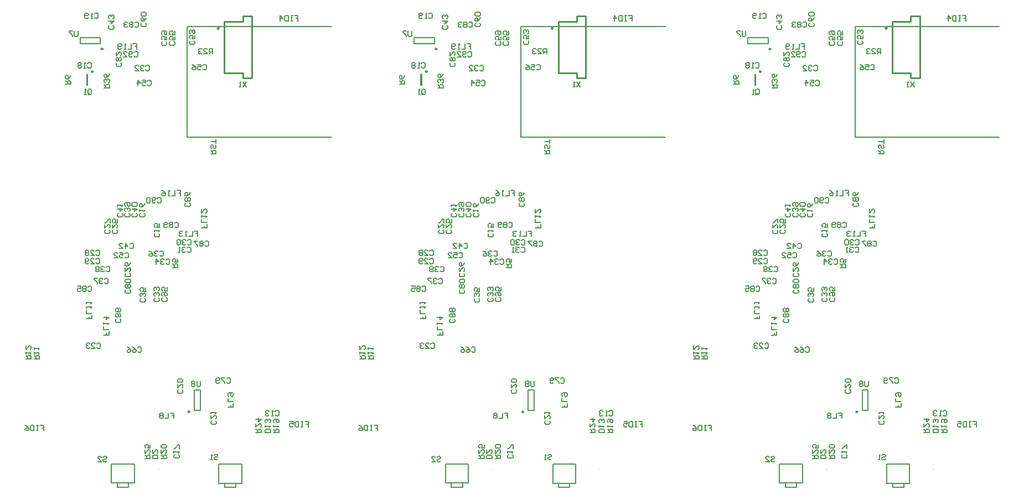
<source format=gbo>
G04 Layer_Color=32896*
%FSLAX24Y24*%
%MOIN*%
G70*
G01*
G75*
%ADD10C,0.0070*%
%ADD12C,0.0100*%
%ADD50C,0.0060*%
%ADD51C,0.0080*%
%ADD101C,0.0039*%
%ADD103C,0.0098*%
%ADD106C,0.0079*%
D10*
X7727Y28546D02*
X7780Y28599D01*
X7887D01*
X7940Y28546D01*
Y28333D01*
X7887Y28279D01*
X7780D01*
X7727Y28333D01*
X7620D02*
X7567Y28279D01*
X7460D01*
X7407Y28333D01*
Y28546D01*
X7460Y28599D01*
X7567D01*
X7620Y28546D01*
Y28493D01*
X7567Y28439D01*
X7407D01*
X7087Y28279D02*
X7300D01*
X7087Y28493D01*
Y28546D01*
X7140Y28599D01*
X7247D01*
X7300Y28546D01*
X5920Y26399D02*
X6240D01*
Y26559D01*
X6187Y26613D01*
X6080D01*
X6027Y26559D01*
Y26399D01*
Y26506D02*
X5920Y26613D01*
X6187Y26719D02*
X6240Y26773D01*
Y26879D01*
X6187Y26933D01*
X6133D01*
X6080Y26879D01*
Y26826D01*
Y26879D01*
X6027Y26933D01*
X5973D01*
X5920Y26879D01*
Y26773D01*
X5973Y26719D01*
X6240Y27252D02*
X6187Y27146D01*
X6080Y27039D01*
X5973D01*
X5920Y27092D01*
Y27199D01*
X5973Y27252D01*
X6027D01*
X6080Y27199D01*
Y27039D01*
X4947Y26063D02*
Y26276D01*
X5000Y26329D01*
X5107D01*
X5160Y26276D01*
Y26063D01*
X5107Y26009D01*
X5000D01*
X5053Y26116D02*
X4947Y26009D01*
X5000D02*
X4947Y26063D01*
X4840Y26009D02*
X4733D01*
X4787D01*
Y26329D01*
X4840Y26276D01*
X10307Y20239D02*
X10520D01*
Y20079D01*
X10413D01*
X10520D01*
Y19919D01*
X10200Y20239D02*
Y19919D01*
X9987D01*
X9880D02*
X9774D01*
X9827D01*
Y20239D01*
X9880Y20186D01*
X9400Y20239D02*
X9507Y20186D01*
X9614Y20079D01*
Y19973D01*
X9560Y19919D01*
X9454D01*
X9400Y19973D01*
Y20026D01*
X9454Y20079D01*
X9614D01*
X6210Y11733D02*
Y11519D01*
X6050D01*
Y11626D01*
Y11519D01*
X5890D01*
X6210Y11839D02*
X5890D01*
Y12053D01*
Y12159D02*
Y12266D01*
Y12212D01*
X6210D01*
X6157Y12159D01*
X5890Y12586D02*
X6210D01*
X6050Y12426D01*
Y12639D01*
X11347Y17789D02*
X11560D01*
Y17629D01*
X11453D01*
X11560D01*
Y17469D01*
X11240Y17789D02*
Y17469D01*
X11027D01*
X10920D02*
X10814D01*
X10867D01*
Y17789D01*
X10920Y17736D01*
X10654D02*
X10600Y17789D01*
X10494D01*
X10440Y17736D01*
Y17683D01*
X10494Y17629D01*
X10547D01*
X10494D01*
X10440Y17576D01*
Y17523D01*
X10494Y17469D01*
X10600D01*
X10654Y17523D01*
X12110Y18193D02*
Y17979D01*
X11950D01*
Y18086D01*
Y17979D01*
X11790D01*
X12110Y18299D02*
X11790D01*
Y18513D01*
Y18619D02*
Y18726D01*
Y18672D01*
X12110D01*
X12057Y18619D01*
X11790Y19099D02*
Y18886D01*
X12003Y19099D01*
X12057D01*
X12110Y19046D01*
Y18939D01*
X12057Y18886D01*
X5180Y12713D02*
Y12499D01*
X5020D01*
Y12606D01*
Y12499D01*
X4860D01*
X5180Y12819D02*
X4860D01*
Y13033D01*
Y13139D02*
Y13246D01*
Y13192D01*
X5180D01*
X5127Y13139D01*
X4860Y13406D02*
Y13512D01*
Y13459D01*
X5180D01*
X5127Y13406D01*
X13700Y7393D02*
Y7179D01*
X13540D01*
Y7286D01*
Y7179D01*
X13380D01*
X13700Y7499D02*
X13380D01*
Y7713D01*
X13433Y7819D02*
X13380Y7872D01*
Y7979D01*
X13433Y8032D01*
X13647D01*
X13700Y7979D01*
Y7872D01*
X13647Y7819D01*
X13593D01*
X13540Y7872D01*
Y8032D01*
X9907Y6819D02*
X10120D01*
Y6659D01*
X10013D01*
X10120D01*
Y6499D01*
X9800Y6819D02*
Y6499D01*
X9587D01*
X9480Y6766D02*
X9427Y6819D01*
X9320D01*
X9267Y6766D01*
Y6713D01*
X9320Y6659D01*
X9267Y6606D01*
Y6553D01*
X9320Y6499D01*
X9427D01*
X9480Y6553D01*
Y6606D01*
X9427Y6659D01*
X9480Y6713D01*
Y6766D01*
X9427Y6659D02*
X9320D01*
X9127Y19756D02*
X9180Y19809D01*
X9287D01*
X9340Y19756D01*
Y19543D01*
X9287Y19489D01*
X9180D01*
X9127Y19543D01*
X9020D02*
X8967Y19489D01*
X8860D01*
X8807Y19543D01*
Y19756D01*
X8860Y19809D01*
X8967D01*
X9020Y19756D01*
Y19703D01*
X8967Y19649D01*
X8807D01*
X8700Y19756D02*
X8647Y19809D01*
X8540D01*
X8487Y19756D01*
Y19543D01*
X8540Y19489D01*
X8647D01*
X8700Y19543D01*
Y19756D01*
X10177Y18266D02*
X10230Y18319D01*
X10337D01*
X10390Y18266D01*
Y18053D01*
X10337Y17999D01*
X10230D01*
X10177Y18053D01*
X10070Y18266D02*
X10017Y18319D01*
X9910D01*
X9857Y18266D01*
Y18213D01*
X9910Y18159D01*
X9857Y18106D01*
Y18053D01*
X9910Y17999D01*
X10017D01*
X10070Y18053D01*
Y18106D01*
X10017Y18159D01*
X10070Y18213D01*
Y18266D01*
X10017Y18159D02*
X9910D01*
X9750Y18053D02*
X9697Y17999D01*
X9590D01*
X9537Y18053D01*
Y18266D01*
X9590Y18319D01*
X9697D01*
X9750Y18266D01*
Y18213D01*
X9697Y18159D01*
X9537D01*
X6880Y12484D02*
X6933Y12431D01*
Y12324D01*
X6880Y12271D01*
X6666D01*
X6613Y12324D01*
Y12431D01*
X6666Y12484D01*
X6880Y12591D02*
X6933Y12644D01*
Y12750D01*
X6880Y12804D01*
X6826D01*
X6773Y12750D01*
X6720Y12804D01*
X6666D01*
X6613Y12750D01*
Y12644D01*
X6666Y12591D01*
X6720D01*
X6773Y12644D01*
X6826Y12591D01*
X6880D01*
X6773Y12644D02*
Y12750D01*
X6880Y12910D02*
X6933Y12964D01*
Y13070D01*
X6880Y13124D01*
X6826D01*
X6773Y13070D01*
X6720Y13124D01*
X6666D01*
X6613Y13070D01*
Y12964D01*
X6666Y12910D01*
X6720D01*
X6773Y12964D01*
X6826Y12910D01*
X6880D01*
X6773Y12964D02*
Y13070D01*
X11997Y17136D02*
X12050Y17189D01*
X12157D01*
X12210Y17136D01*
Y16923D01*
X12157Y16869D01*
X12050D01*
X11997Y16923D01*
X11890Y17136D02*
X11837Y17189D01*
X11730D01*
X11677Y17136D01*
Y17083D01*
X11730Y17029D01*
X11677Y16976D01*
Y16923D01*
X11730Y16869D01*
X11837D01*
X11890Y16923D01*
Y16976D01*
X11837Y17029D01*
X11890Y17083D01*
Y17136D01*
X11837Y17029D02*
X11730D01*
X11570Y17189D02*
X11357D01*
Y17136D01*
X11570Y16923D01*
Y16869D01*
X11067Y19473D02*
X11120Y19419D01*
Y19313D01*
X11067Y19259D01*
X10853D01*
X10800Y19313D01*
Y19419D01*
X10853Y19473D01*
X11067Y19579D02*
X11120Y19633D01*
Y19739D01*
X11067Y19793D01*
X11013D01*
X10960Y19739D01*
X10907Y19793D01*
X10853D01*
X10800Y19739D01*
Y19633D01*
X10853Y19579D01*
X10907D01*
X10960Y19633D01*
X11013Y19579D01*
X11067D01*
X10960Y19633D02*
Y19739D01*
X11120Y20112D02*
X11067Y20006D01*
X10960Y19899D01*
X10853D01*
X10800Y19952D01*
Y20059D01*
X10853Y20112D01*
X10907D01*
X10960Y20059D01*
Y19899D01*
X4957Y14406D02*
X5010Y14459D01*
X5117D01*
X5170Y14406D01*
Y14193D01*
X5117Y14139D01*
X5010D01*
X4957Y14193D01*
X4850Y14406D02*
X4797Y14459D01*
X4690D01*
X4637Y14406D01*
Y14353D01*
X4690Y14299D01*
X4637Y14246D01*
Y14193D01*
X4690Y14139D01*
X4797D01*
X4850Y14193D01*
Y14246D01*
X4797Y14299D01*
X4850Y14353D01*
Y14406D01*
X4797Y14299D02*
X4690D01*
X4317Y14459D02*
X4530D01*
Y14299D01*
X4424Y14353D01*
X4370D01*
X4317Y14299D01*
Y14193D01*
X4370Y14139D01*
X4477D01*
X4530Y14193D01*
X7777Y30336D02*
X7830Y30389D01*
X7937D01*
X7990Y30336D01*
Y30123D01*
X7937Y30069D01*
X7830D01*
X7777Y30123D01*
X7670Y30336D02*
X7617Y30389D01*
X7510D01*
X7457Y30336D01*
Y30283D01*
X7510Y30229D01*
X7457Y30176D01*
Y30123D01*
X7510Y30069D01*
X7617D01*
X7670Y30123D01*
Y30176D01*
X7617Y30229D01*
X7670Y30283D01*
Y30336D01*
X7617Y30229D02*
X7510D01*
X7350Y30336D02*
X7297Y30389D01*
X7190D01*
X7137Y30336D01*
Y30283D01*
X7190Y30229D01*
X7244D01*
X7190D01*
X7137Y30176D01*
Y30123D01*
X7190Y30069D01*
X7297D01*
X7350Y30123D01*
X6907Y27923D02*
X6960Y27869D01*
Y27763D01*
X6907Y27709D01*
X6693D01*
X6640Y27763D01*
Y27869D01*
X6693Y27923D01*
X6907Y28029D02*
X6960Y28083D01*
Y28189D01*
X6907Y28243D01*
X6853D01*
X6800Y28189D01*
X6747Y28243D01*
X6693D01*
X6640Y28189D01*
Y28083D01*
X6693Y28029D01*
X6747D01*
X6800Y28083D01*
X6853Y28029D01*
X6907D01*
X6800Y28083D02*
Y28189D01*
X6640Y28562D02*
Y28349D01*
X6853Y28562D01*
X6907D01*
X6960Y28509D01*
Y28402D01*
X6907Y28349D01*
X7467Y14243D02*
X7520Y14189D01*
Y14083D01*
X7467Y14029D01*
X7253D01*
X7200Y14083D01*
Y14189D01*
X7253Y14243D01*
X7467Y14349D02*
X7520Y14403D01*
Y14509D01*
X7467Y14563D01*
X7413D01*
X7360Y14509D01*
X7307Y14563D01*
X7253D01*
X7200Y14509D01*
Y14403D01*
X7253Y14349D01*
X7307D01*
X7360Y14403D01*
X7413Y14349D01*
X7467D01*
X7360Y14403D02*
Y14509D01*
X7467Y14669D02*
X7520Y14722D01*
Y14829D01*
X7467Y14882D01*
X7253D01*
X7200Y14829D01*
Y14722D01*
X7253Y14669D01*
X7467D01*
X13307Y8886D02*
X13360Y8939D01*
X13467D01*
X13520Y8886D01*
Y8673D01*
X13467Y8619D01*
X13360D01*
X13307Y8673D01*
X13200Y8939D02*
X12987D01*
Y8886D01*
X13200Y8673D01*
Y8619D01*
X12880Y8673D02*
X12827Y8619D01*
X12720D01*
X12667Y8673D01*
Y8886D01*
X12720Y8939D01*
X12827D01*
X12880Y8886D01*
Y8833D01*
X12827Y8779D01*
X12667D01*
X8380Y4069D02*
X8700D01*
Y4229D01*
X8647Y4283D01*
X8540D01*
X8487Y4229D01*
Y4069D01*
Y4176D02*
X8380Y4283D01*
Y4603D02*
Y4389D01*
X8593Y4603D01*
X8647D01*
X8700Y4549D01*
Y4443D01*
X8647Y4389D01*
X8700Y4922D02*
Y4709D01*
X8540D01*
X8593Y4816D01*
Y4869D01*
X8540Y4922D01*
X8433D01*
X8380Y4869D01*
Y4762D01*
X8433Y4709D01*
X15070Y5639D02*
X15390D01*
Y5799D01*
X15337Y5853D01*
X15230D01*
X15177Y5799D01*
Y5639D01*
Y5746D02*
X15070Y5853D01*
Y6173D02*
Y5959D01*
X15283Y6173D01*
X15337D01*
X15390Y6119D01*
Y6013D01*
X15337Y5959D01*
X15070Y6439D02*
X15390D01*
X15230Y6279D01*
Y6492D01*
X15940Y5639D02*
X15620D01*
Y5799D01*
X15673Y5853D01*
X15887D01*
X15940Y5799D01*
Y5639D01*
X15620Y5959D02*
Y6066D01*
Y6013D01*
X15940D01*
X15887Y5959D01*
Y6226D02*
X15940Y6279D01*
Y6386D01*
X15887Y6439D01*
X15833D01*
X15780Y6386D01*
Y6332D01*
Y6386D01*
X15727Y6439D01*
X15673D01*
X15620Y6386D01*
Y6279D01*
X15673Y6226D01*
X12470Y28459D02*
Y28779D01*
X12310D01*
X12257Y28726D01*
Y28619D01*
X12310Y28566D01*
X12470D01*
X12363D02*
X12257Y28459D01*
X11937D02*
X12150D01*
X11937Y28673D01*
Y28726D01*
X11990Y28779D01*
X12097D01*
X12150Y28726D01*
X11830D02*
X11777Y28779D01*
X11670D01*
X11617Y28726D01*
Y28673D01*
X11670Y28619D01*
X11724D01*
X11670D01*
X11617Y28566D01*
Y28513D01*
X11670Y28459D01*
X11777D01*
X11830Y28513D01*
X5867Y4145D02*
X5920Y4199D01*
X6027D01*
X6080Y4145D01*
Y4092D01*
X6027Y4039D01*
X5920D01*
X5867Y3985D01*
Y3932D01*
X5920Y3879D01*
X6027D01*
X6080Y3932D01*
X5547Y3879D02*
X5760D01*
X5547Y4092D01*
Y4145D01*
X5600Y4199D01*
X5707D01*
X5760Y4145D01*
X12547Y4265D02*
X12600Y4319D01*
X12707D01*
X12760Y4265D01*
Y4212D01*
X12707Y4159D01*
X12600D01*
X12547Y4105D01*
Y4052D01*
X12600Y3999D01*
X12707D01*
X12760Y4052D01*
X12440Y3999D02*
X12333D01*
X12387D01*
Y4319D01*
X12440Y4265D01*
X9370Y4069D02*
X9690D01*
Y4229D01*
X9637Y4283D01*
X9530D01*
X9477Y4229D01*
Y4069D01*
Y4176D02*
X9370Y4283D01*
Y4603D02*
Y4389D01*
X9583Y4603D01*
X9637D01*
X9690Y4549D01*
Y4443D01*
X9637Y4389D01*
Y4709D02*
X9690Y4762D01*
Y4869D01*
X9637Y4922D01*
X9423D01*
X9370Y4869D01*
Y4762D01*
X9423Y4709D01*
X9637D01*
X16130Y5639D02*
X16450D01*
Y5799D01*
X16397Y5853D01*
X16290D01*
X16237Y5799D01*
Y5639D01*
Y5746D02*
X16130Y5853D01*
Y5959D02*
Y6066D01*
Y6013D01*
X16450D01*
X16397Y5959D01*
X16183Y6226D02*
X16130Y6279D01*
Y6386D01*
X16183Y6439D01*
X16397D01*
X16450Y6386D01*
Y6279D01*
X16397Y6226D01*
X16343D01*
X16290Y6279D01*
Y6439D01*
X7667Y29069D02*
X7880D01*
Y28909D01*
X7773D01*
X7880D01*
Y28749D01*
X7560Y29069D02*
Y28749D01*
X7347D01*
X7240D02*
X7134D01*
X7187D01*
Y29069D01*
X7240Y29016D01*
X6974Y28803D02*
X6920Y28749D01*
X6814D01*
X6760Y28803D01*
Y29016D01*
X6814Y29069D01*
X6920D01*
X6974Y29016D01*
Y28963D01*
X6920Y28909D01*
X6760D01*
X9170Y4069D02*
X8850D01*
Y4229D01*
X8903Y4283D01*
X9117D01*
X9170Y4229D01*
Y4069D01*
X8850Y4603D02*
Y4389D01*
X9063Y4603D01*
X9117D01*
X9170Y4549D01*
Y4443D01*
X9117Y4389D01*
X8415Y30323D02*
X8469Y30269D01*
Y30163D01*
X8415Y30110D01*
X8202D01*
X8149Y30163D01*
Y30269D01*
X8202Y30323D01*
X8469Y30643D02*
X8415Y30536D01*
X8309Y30429D01*
X8202D01*
X8149Y30483D01*
Y30589D01*
X8202Y30643D01*
X8256D01*
X8309Y30589D01*
Y30429D01*
X8415Y30749D02*
X8469Y30803D01*
Y30909D01*
X8415Y30963D01*
X8202D01*
X8149Y30909D01*
Y30803D01*
X8202Y30749D01*
X8415D01*
X9647Y29193D02*
X9700Y29139D01*
Y29033D01*
X9647Y28979D01*
X9433D01*
X9380Y29033D01*
Y29139D01*
X9433Y29193D01*
X9700Y29513D02*
Y29299D01*
X9540D01*
X9593Y29406D01*
Y29459D01*
X9540Y29513D01*
X9433D01*
X9380Y29459D01*
Y29353D01*
X9433Y29299D01*
Y29619D02*
X9380Y29672D01*
Y29779D01*
X9433Y29832D01*
X9647D01*
X9700Y29779D01*
Y29672D01*
X9647Y29619D01*
X9593D01*
X9540Y29672D01*
Y29832D01*
X11867Y27766D02*
X11920Y27819D01*
X12027D01*
X12080Y27766D01*
Y27553D01*
X12027Y27499D01*
X11920D01*
X11867Y27553D01*
X11547Y27819D02*
X11760D01*
Y27659D01*
X11653Y27713D01*
X11600D01*
X11547Y27659D01*
Y27553D01*
X11600Y27499D01*
X11707D01*
X11760Y27553D01*
X11227Y27819D02*
X11334Y27766D01*
X11440Y27659D01*
Y27553D01*
X11387Y27499D01*
X11280D01*
X11227Y27553D01*
Y27606D01*
X11280Y27659D01*
X11440D01*
X10127Y29193D02*
X10180Y29139D01*
Y29033D01*
X10127Y28979D01*
X9913D01*
X9860Y29033D01*
Y29139D01*
X9913Y29193D01*
X10180Y29513D02*
Y29299D01*
X10020D01*
X10073Y29406D01*
Y29459D01*
X10020Y29513D01*
X9913D01*
X9860Y29459D01*
Y29353D01*
X9913Y29299D01*
X10180Y29832D02*
Y29619D01*
X10020D01*
X10073Y29726D01*
Y29779D01*
X10020Y29832D01*
X9913D01*
X9860Y29779D01*
Y29672D01*
X9913Y29619D01*
X8537Y26816D02*
X8590Y26869D01*
X8697D01*
X8750Y26816D01*
Y26603D01*
X8697Y26549D01*
X8590D01*
X8537Y26603D01*
X8217Y26869D02*
X8430D01*
Y26709D01*
X8323Y26763D01*
X8270D01*
X8217Y26709D01*
Y26603D01*
X8270Y26549D01*
X8377D01*
X8430Y26603D01*
X7950Y26549D02*
Y26869D01*
X8110Y26709D01*
X7897D01*
X11337Y29253D02*
X11390Y29199D01*
Y29093D01*
X11337Y29039D01*
X11123D01*
X11070Y29093D01*
Y29199D01*
X11123Y29253D01*
X11390Y29573D02*
Y29359D01*
X11230D01*
X11283Y29466D01*
Y29519D01*
X11230Y29573D01*
X11123D01*
X11070Y29519D01*
Y29413D01*
X11123Y29359D01*
X11337Y29679D02*
X11390Y29732D01*
Y29839D01*
X11337Y29892D01*
X11283D01*
X11230Y29839D01*
Y29786D01*
Y29839D01*
X11177Y29892D01*
X11123D01*
X11070Y29839D01*
Y29732D01*
X11123Y29679D01*
X6457Y30163D02*
X6510Y30109D01*
Y30003D01*
X6457Y29949D01*
X6243D01*
X6190Y30003D01*
Y30109D01*
X6243Y30163D01*
X6190Y30429D02*
X6510D01*
X6350Y30269D01*
Y30483D01*
X6457Y30589D02*
X6510Y30642D01*
Y30749D01*
X6457Y30802D01*
X6403D01*
X6350Y30749D01*
Y30696D01*
Y30749D01*
X6297Y30802D01*
X6243D01*
X6190Y30749D01*
Y30642D01*
X6243Y30589D01*
X8437Y27706D02*
X8490Y27759D01*
X8597D01*
X8650Y27706D01*
Y27493D01*
X8597Y27439D01*
X8490D01*
X8437Y27493D01*
X8330Y27706D02*
X8277Y27759D01*
X8170D01*
X8117Y27706D01*
Y27653D01*
X8170Y27599D01*
X8223D01*
X8170D01*
X8117Y27546D01*
Y27493D01*
X8170Y27439D01*
X8277D01*
X8330Y27493D01*
X7797Y27439D02*
X8010D01*
X7797Y27653D01*
Y27706D01*
X7850Y27759D01*
X7957D01*
X8010Y27706D01*
X7177Y16436D02*
X7230Y16489D01*
X7337D01*
X7390Y16436D01*
Y16223D01*
X7337Y16169D01*
X7230D01*
X7177Y16223D01*
X6857Y16489D02*
X7070D01*
Y16329D01*
X6963Y16383D01*
X6910D01*
X6857Y16329D01*
Y16223D01*
X6910Y16169D01*
X7017D01*
X7070Y16223D01*
X6537Y16169D02*
X6750D01*
X6537Y16383D01*
Y16436D01*
X6590Y16489D01*
X6697D01*
X6750Y16436D01*
X7477Y16996D02*
X7530Y17049D01*
X7637D01*
X7690Y16996D01*
Y16783D01*
X7637Y16729D01*
X7530D01*
X7477Y16783D01*
X7210Y16729D02*
Y17049D01*
X7370Y16889D01*
X7157D01*
X6837Y16729D02*
X7050D01*
X6837Y16943D01*
Y16996D01*
X6890Y17049D01*
X6997D01*
X7050Y16996D01*
X6987Y18853D02*
X7040Y18799D01*
Y18693D01*
X6987Y18639D01*
X6773D01*
X6720Y18693D01*
Y18799D01*
X6773Y18853D01*
X6720Y19119D02*
X7040D01*
X6880Y18959D01*
Y19173D01*
X6720Y19279D02*
Y19386D01*
Y19332D01*
X7040D01*
X6987Y19279D01*
X7867Y18853D02*
X7920Y18799D01*
Y18693D01*
X7867Y18639D01*
X7653D01*
X7600Y18693D01*
Y18799D01*
X7653Y18853D01*
X7600Y19119D02*
X7920D01*
X7760Y18959D01*
Y19173D01*
X7867Y19279D02*
X7920Y19332D01*
Y19439D01*
X7867Y19492D01*
X7653D01*
X7600Y19439D01*
Y19332D01*
X7653Y19279D01*
X7867D01*
X7437Y18853D02*
X7490Y18799D01*
Y18693D01*
X7437Y18639D01*
X7223D01*
X7170Y18693D01*
Y18799D01*
X7223Y18853D01*
X7437Y18959D02*
X7490Y19013D01*
Y19119D01*
X7437Y19173D01*
X7383D01*
X7330Y19119D01*
Y19066D01*
Y19119D01*
X7277Y19173D01*
X7223D01*
X7170Y19119D01*
Y19013D01*
X7223Y18959D01*
Y19279D02*
X7170Y19332D01*
Y19439D01*
X7223Y19492D01*
X7437D01*
X7490Y19439D01*
Y19332D01*
X7437Y19279D01*
X7383D01*
X7330Y19332D01*
Y19492D01*
X6057Y15596D02*
X6110Y15649D01*
X6217D01*
X6270Y15596D01*
Y15383D01*
X6217Y15329D01*
X6110D01*
X6057Y15383D01*
X5950Y15596D02*
X5897Y15649D01*
X5790D01*
X5737Y15596D01*
Y15543D01*
X5790Y15489D01*
X5843D01*
X5790D01*
X5737Y15436D01*
Y15383D01*
X5790Y15329D01*
X5897D01*
X5950Y15383D01*
X5630Y15596D02*
X5577Y15649D01*
X5470D01*
X5417Y15596D01*
Y15543D01*
X5470Y15489D01*
X5417Y15436D01*
Y15383D01*
X5470Y15329D01*
X5577D01*
X5630Y15383D01*
Y15436D01*
X5577Y15489D01*
X5630Y15543D01*
Y15596D01*
X5577Y15489D02*
X5470D01*
X5957Y14876D02*
X6010Y14929D01*
X6117D01*
X6170Y14876D01*
Y14663D01*
X6117Y14609D01*
X6010D01*
X5957Y14663D01*
X5850Y14876D02*
X5797Y14929D01*
X5690D01*
X5637Y14876D01*
Y14823D01*
X5690Y14769D01*
X5743D01*
X5690D01*
X5637Y14716D01*
Y14663D01*
X5690Y14609D01*
X5797D01*
X5850Y14663D01*
X5530Y14929D02*
X5317D01*
Y14876D01*
X5530Y14663D01*
Y14609D01*
X9277Y16526D02*
X9330Y16579D01*
X9437D01*
X9490Y16526D01*
Y16313D01*
X9437Y16259D01*
X9330D01*
X9277Y16313D01*
X9170Y16526D02*
X9117Y16579D01*
X9010D01*
X8957Y16526D01*
Y16473D01*
X9010Y16419D01*
X9063D01*
X9010D01*
X8957Y16366D01*
Y16313D01*
X9010Y16259D01*
X9117D01*
X9170Y16313D01*
X8637Y16579D02*
X8744Y16526D01*
X8850Y16419D01*
Y16313D01*
X8797Y16259D01*
X8690D01*
X8637Y16313D01*
Y16366D01*
X8690Y16419D01*
X8850D01*
X8367Y13723D02*
X8420Y13669D01*
Y13563D01*
X8367Y13509D01*
X8153D01*
X8100Y13563D01*
Y13669D01*
X8153Y13723D01*
X8367Y13829D02*
X8420Y13883D01*
Y13989D01*
X8367Y14043D01*
X8313D01*
X8260Y13989D01*
Y13936D01*
Y13989D01*
X8207Y14043D01*
X8153D01*
X8100Y13989D01*
Y13883D01*
X8153Y13829D01*
X8420Y14362D02*
Y14149D01*
X8260D01*
X8313Y14256D01*
Y14309D01*
X8260Y14362D01*
X8153D01*
X8100Y14309D01*
Y14202D01*
X8153Y14149D01*
X9657Y16046D02*
X9710Y16099D01*
X9817D01*
X9870Y16046D01*
Y15833D01*
X9817Y15779D01*
X9710D01*
X9657Y15833D01*
X9550Y16046D02*
X9497Y16099D01*
X9390D01*
X9337Y16046D01*
Y15993D01*
X9390Y15939D01*
X9443D01*
X9390D01*
X9337Y15886D01*
Y15833D01*
X9390Y15779D01*
X9497D01*
X9550Y15833D01*
X9070Y15779D02*
Y16099D01*
X9230Y15939D01*
X9017D01*
X9187Y13753D02*
X9240Y13699D01*
Y13593D01*
X9187Y13539D01*
X8973D01*
X8920Y13593D01*
Y13699D01*
X8973Y13753D01*
X9187Y13859D02*
X9240Y13913D01*
Y14019D01*
X9187Y14073D01*
X9133D01*
X9080Y14019D01*
Y13966D01*
Y14019D01*
X9027Y14073D01*
X8973D01*
X8920Y14019D01*
Y13913D01*
X8973Y13859D01*
X9187Y14179D02*
X9240Y14232D01*
Y14339D01*
X9187Y14392D01*
X9133D01*
X9080Y14339D01*
Y14286D01*
Y14339D01*
X9027Y14392D01*
X8973D01*
X8920Y14339D01*
Y14232D01*
X8973Y14179D01*
X10927Y16766D02*
X10980Y16819D01*
X11087D01*
X11140Y16766D01*
Y16553D01*
X11087Y16499D01*
X10980D01*
X10927Y16553D01*
X10820Y16766D02*
X10767Y16819D01*
X10660D01*
X10607Y16766D01*
Y16713D01*
X10660Y16659D01*
X10713D01*
X10660D01*
X10607Y16606D01*
Y16553D01*
X10660Y16499D01*
X10767D01*
X10820Y16553D01*
X10500Y16499D02*
X10394D01*
X10447D01*
Y16819D01*
X10500Y16766D01*
X10947Y17216D02*
X11000Y17269D01*
X11107D01*
X11160Y17216D01*
Y17003D01*
X11107Y16949D01*
X11000D01*
X10947Y17003D01*
X10840Y17216D02*
X10787Y17269D01*
X10680D01*
X10627Y17216D01*
Y17163D01*
X10680Y17109D01*
X10733D01*
X10680D01*
X10627Y17056D01*
Y17003D01*
X10680Y16949D01*
X10787D01*
X10840Y17003D01*
X10520Y17216D02*
X10467Y17269D01*
X10360D01*
X10307Y17216D01*
Y17003D01*
X10360Y16949D01*
X10467D01*
X10520Y17003D01*
Y17216D01*
X5427Y16076D02*
X5480Y16129D01*
X5587D01*
X5640Y16076D01*
Y15863D01*
X5587Y15809D01*
X5480D01*
X5427Y15863D01*
X5107Y15809D02*
X5320D01*
X5107Y16023D01*
Y16076D01*
X5160Y16129D01*
X5267D01*
X5320Y16076D01*
X5000Y15863D02*
X4947Y15809D01*
X4840D01*
X4787Y15863D01*
Y16076D01*
X4840Y16129D01*
X4947D01*
X5000Y16076D01*
Y16023D01*
X4947Y15969D01*
X4787D01*
X5427Y16576D02*
X5480Y16629D01*
X5587D01*
X5640Y16576D01*
Y16363D01*
X5587Y16309D01*
X5480D01*
X5427Y16363D01*
X5107Y16309D02*
X5320D01*
X5107Y16523D01*
Y16576D01*
X5160Y16629D01*
X5267D01*
X5320Y16576D01*
X5000D02*
X4947Y16629D01*
X4840D01*
X4787Y16576D01*
Y16523D01*
X4840Y16469D01*
X4787Y16416D01*
Y16363D01*
X4840Y16309D01*
X4947D01*
X5000Y16363D01*
Y16416D01*
X4947Y16469D01*
X5000Y16523D01*
Y16576D01*
X4947Y16469D02*
X4840D01*
X6227Y17853D02*
X6280Y17799D01*
Y17693D01*
X6227Y17639D01*
X6013D01*
X5960Y17693D01*
Y17799D01*
X6013Y17853D01*
X5960Y18173D02*
Y17959D01*
X6173Y18173D01*
X6227D01*
X6280Y18119D01*
Y18013D01*
X6227Y17959D01*
X6280Y18279D02*
Y18492D01*
X6227D01*
X6013Y18279D01*
X5960D01*
X7467Y15243D02*
X7520Y15189D01*
Y15083D01*
X7467Y15029D01*
X7253D01*
X7200Y15083D01*
Y15189D01*
X7253Y15243D01*
X7200Y15563D02*
Y15349D01*
X7413Y15563D01*
X7467D01*
X7520Y15509D01*
Y15403D01*
X7467Y15349D01*
X7520Y15882D02*
X7467Y15776D01*
X7360Y15669D01*
X7253D01*
X7200Y15722D01*
Y15829D01*
X7253Y15882D01*
X7307D01*
X7360Y15829D01*
Y15669D01*
X6677Y17853D02*
X6730Y17799D01*
Y17693D01*
X6677Y17639D01*
X6463D01*
X6410Y17693D01*
Y17799D01*
X6463Y17853D01*
X6410Y18173D02*
Y17959D01*
X6623Y18173D01*
X6677D01*
X6730Y18119D01*
Y18013D01*
X6677Y17959D01*
X6730Y18492D02*
Y18279D01*
X6570D01*
X6623Y18386D01*
Y18439D01*
X6570Y18492D01*
X6463D01*
X6410Y18439D01*
Y18332D01*
X6463Y18279D01*
X8327Y18853D02*
X8380Y18799D01*
Y18693D01*
X8327Y18639D01*
X8113D01*
X8060Y18693D01*
Y18799D01*
X8113Y18853D01*
X8060Y18959D02*
Y19066D01*
Y19013D01*
X8380D01*
X8327Y18959D01*
X8380Y19439D02*
X8327Y19332D01*
X8220Y19226D01*
X8113D01*
X8060Y19279D01*
Y19386D01*
X8113Y19439D01*
X8167D01*
X8220Y19386D01*
Y19226D01*
X9207Y17643D02*
X9260Y17589D01*
Y17483D01*
X9207Y17429D01*
X8993D01*
X8940Y17483D01*
Y17589D01*
X8993Y17643D01*
X8940Y17749D02*
Y17856D01*
Y17803D01*
X9260D01*
X9207Y17749D01*
X9260Y18229D02*
Y18016D01*
X9100D01*
X9153Y18122D01*
Y18176D01*
X9100Y18229D01*
X8993D01*
X8940Y18176D01*
Y18069D01*
X8993Y18016D01*
X5487Y10976D02*
X5540Y11029D01*
X5647D01*
X5700Y10976D01*
Y10763D01*
X5647Y10709D01*
X5540D01*
X5487Y10763D01*
X5167Y10709D02*
X5380D01*
X5167Y10923D01*
Y10976D01*
X5220Y11029D01*
X5327D01*
X5380Y10976D01*
X5060D02*
X5007Y11029D01*
X4900D01*
X4847Y10976D01*
Y10923D01*
X4900Y10869D01*
X4954D01*
X4900D01*
X4847Y10816D01*
Y10763D01*
X4900Y10709D01*
X5007D01*
X5060Y10763D01*
X10040Y15579D02*
X10360D01*
Y15739D01*
X10307Y15793D01*
X10200D01*
X10147Y15739D01*
Y15579D01*
Y15686D02*
X10040Y15793D01*
X10360Y16113D02*
Y15899D01*
X10200D01*
X10253Y16006D01*
Y16059D01*
X10200Y16113D01*
X10093D01*
X10040Y16059D01*
Y15953D01*
X10093Y15899D01*
X12627Y6353D02*
X12680Y6299D01*
Y6193D01*
X12627Y6139D01*
X12413D01*
X12360Y6193D01*
Y6299D01*
X12413Y6353D01*
X12360Y6673D02*
Y6459D01*
X12573Y6673D01*
X12627D01*
X12680Y6619D01*
Y6513D01*
X12627Y6459D01*
X12360Y6779D02*
Y6886D01*
Y6832D01*
X12680D01*
X12627Y6779D01*
X10607Y8233D02*
X10660Y8179D01*
Y8073D01*
X10607Y8019D01*
X10393D01*
X10340Y8073D01*
Y8179D01*
X10393Y8233D01*
X10340Y8553D02*
Y8339D01*
X10553Y8553D01*
X10607D01*
X10660Y8499D01*
Y8393D01*
X10607Y8339D01*
Y8659D02*
X10660Y8712D01*
Y8819D01*
X10607Y8872D01*
X10393D01*
X10340Y8819D01*
Y8712D01*
X10393Y8659D01*
X10607D01*
X5357Y30866D02*
X5410Y30919D01*
X5517D01*
X5570Y30866D01*
Y30653D01*
X5517Y30599D01*
X5410D01*
X5357Y30653D01*
X5250Y30599D02*
X5143D01*
X5197D01*
Y30919D01*
X5250Y30866D01*
X4984Y30653D02*
X4930Y30599D01*
X4824D01*
X4770Y30653D01*
Y30866D01*
X4824Y30919D01*
X4930D01*
X4984Y30866D01*
Y30813D01*
X4930Y30759D01*
X4770D01*
X4927Y27886D02*
X4980Y27939D01*
X5087D01*
X5140Y27886D01*
Y27673D01*
X5087Y27619D01*
X4980D01*
X4927Y27673D01*
X4820Y27619D02*
X4713D01*
X4767D01*
Y27939D01*
X4820Y27886D01*
X4554D02*
X4500Y27939D01*
X4394D01*
X4340Y27886D01*
Y27833D01*
X4394Y27779D01*
X4340Y27726D01*
Y27673D01*
X4394Y27619D01*
X4500D01*
X4554Y27673D01*
Y27726D01*
X4500Y27779D01*
X4554Y27833D01*
Y27886D01*
X4500Y27779D02*
X4394D01*
X11720Y8739D02*
Y8473D01*
X11667Y8419D01*
X11560D01*
X11507Y8473D01*
Y8739D01*
X11400Y8686D02*
X11347Y8739D01*
X11240D01*
X11187Y8686D01*
Y8633D01*
X11240Y8579D01*
X11187Y8526D01*
Y8473D01*
X11240Y8419D01*
X11347D01*
X11400Y8473D01*
Y8526D01*
X11347Y8579D01*
X11400Y8633D01*
Y8686D01*
X11347Y8579D02*
X11240D01*
X4340Y29839D02*
Y29573D01*
X4287Y29519D01*
X4180D01*
X4127Y29573D01*
Y29839D01*
X4020D02*
X3807D01*
Y29786D01*
X4020Y29573D01*
Y29519D01*
X3600Y26629D02*
X3920D01*
Y26789D01*
X3867Y26843D01*
X3760D01*
X3707Y26789D01*
Y26629D01*
Y26736D02*
X3600Y26843D01*
X3920Y27163D02*
X3867Y27056D01*
X3760Y26949D01*
X3653D01*
X3600Y27003D01*
Y27109D01*
X3653Y27163D01*
X3707D01*
X3760Y27109D01*
Y26949D01*
X1210Y10069D02*
X1530D01*
Y10229D01*
X1477Y10283D01*
X1370D01*
X1317Y10229D01*
Y10069D01*
Y10176D02*
X1210Y10283D01*
Y10389D02*
Y10496D01*
Y10443D01*
X1530D01*
X1477Y10389D01*
X1210Y10869D02*
Y10656D01*
X1423Y10869D01*
X1477D01*
X1530Y10816D01*
Y10709D01*
X1477Y10656D01*
X1717Y10066D02*
X2036D01*
Y10226D01*
X1983Y10280D01*
X1877D01*
X1823Y10226D01*
Y10066D01*
Y10173D02*
X1717Y10280D01*
Y10386D02*
Y10493D01*
Y10440D01*
X2036D01*
X1983Y10386D01*
X1717Y10653D02*
Y10760D01*
Y10706D01*
X2036D01*
X1983Y10653D01*
X7947Y10746D02*
X8000Y10799D01*
X8107D01*
X8160Y10746D01*
Y10533D01*
X8107Y10479D01*
X8000D01*
X7947Y10533D01*
X7627Y10799D02*
X7733Y10746D01*
X7840Y10639D01*
Y10533D01*
X7787Y10479D01*
X7680D01*
X7627Y10533D01*
Y10586D01*
X7680Y10639D01*
X7840D01*
X7307Y10799D02*
X7414Y10746D01*
X7520Y10639D01*
Y10533D01*
X7467Y10479D01*
X7360D01*
X7307Y10533D01*
Y10586D01*
X7360Y10639D01*
X7520D01*
X17387Y30759D02*
X17600D01*
Y30599D01*
X17493D01*
X17600D01*
Y30439D01*
X17280Y30759D02*
X17173D01*
X17227D01*
Y30439D01*
X17280D01*
X17173D01*
X17014Y30759D02*
Y30439D01*
X16854D01*
X16800Y30493D01*
Y30706D01*
X16854Y30759D01*
X17014D01*
X16534Y30439D02*
Y30759D01*
X16694Y30599D01*
X16480D01*
X18007Y6299D02*
X18220D01*
Y6139D01*
X18113D01*
X18220D01*
Y5979D01*
X17900Y6299D02*
X17793D01*
X17847D01*
Y5979D01*
X17900D01*
X17793D01*
X17634Y6299D02*
Y5979D01*
X17474D01*
X17420Y6033D01*
Y6246D01*
X17474Y6299D01*
X17634D01*
X17100D02*
X17314D01*
Y6139D01*
X17207Y6193D01*
X17154D01*
X17100Y6139D01*
Y6033D01*
X17154Y5979D01*
X17260D01*
X17314Y6033D01*
X2067Y6079D02*
X2280D01*
Y5919D01*
X2173D01*
X2280D01*
Y5759D01*
X1960Y6079D02*
X1853D01*
X1907D01*
Y5759D01*
X1960D01*
X1853D01*
X1694Y6079D02*
Y5759D01*
X1534D01*
X1480Y5813D01*
Y6026D01*
X1534Y6079D01*
X1694D01*
X1160D02*
X1267Y6026D01*
X1374Y5919D01*
Y5813D01*
X1320Y5759D01*
X1214D01*
X1160Y5813D01*
Y5866D01*
X1214Y5919D01*
X1374D01*
X14490Y26789D02*
X14277Y26469D01*
Y26789D02*
X14490Y26469D01*
X14170D02*
X14063D01*
X14117D01*
Y26789D01*
X14170Y26736D01*
X9657Y13763D02*
X9710Y13709D01*
Y13603D01*
X9657Y13549D01*
X9443D01*
X9390Y13603D01*
Y13709D01*
X9443Y13763D01*
Y13869D02*
X9390Y13923D01*
Y14029D01*
X9443Y14083D01*
X9657D01*
X9710Y14029D01*
Y13923D01*
X9657Y13869D01*
X9603D01*
X9550Y13923D01*
Y14083D01*
X9710Y14402D02*
Y14189D01*
X9550D01*
X9603Y14296D01*
Y14349D01*
X9550Y14402D01*
X9443D01*
X9390Y14349D01*
Y14242D01*
X9443Y14189D01*
X16227Y6906D02*
X16280Y6959D01*
X16387D01*
X16440Y6906D01*
Y6693D01*
X16387Y6639D01*
X16280D01*
X16227Y6693D01*
X16120Y6639D02*
X16013D01*
X16067D01*
Y6959D01*
X16120Y6906D01*
X15854D02*
X15800Y6959D01*
X15694D01*
X15640Y6906D01*
Y6853D01*
X15694Y6799D01*
X15747D01*
X15694D01*
X15640Y6746D01*
Y6693D01*
X15694Y6639D01*
X15800D01*
X15854Y6693D01*
X10387Y4313D02*
X10440Y4259D01*
Y4153D01*
X10387Y4099D01*
X10173D01*
X10120Y4153D01*
Y4259D01*
X10173Y4313D01*
X10120Y4419D02*
Y4526D01*
Y4473D01*
X10440D01*
X10387Y4419D01*
X10440Y4686D02*
Y4899D01*
X10387D01*
X10173Y4686D01*
X10120D01*
X27838Y28546D02*
X27891Y28599D01*
X27998D01*
X28051Y28546D01*
Y28333D01*
X27998Y28279D01*
X27891D01*
X27838Y28333D01*
X27731D02*
X27678Y28279D01*
X27571D01*
X27518Y28333D01*
Y28546D01*
X27571Y28599D01*
X27678D01*
X27731Y28546D01*
Y28493D01*
X27678Y28439D01*
X27518D01*
X27198Y28279D02*
X27412D01*
X27198Y28493D01*
Y28546D01*
X27252Y28599D01*
X27358D01*
X27412Y28546D01*
X26031Y26399D02*
X26351D01*
Y26559D01*
X26298Y26613D01*
X26191D01*
X26138Y26559D01*
Y26399D01*
Y26506D02*
X26031Y26613D01*
X26298Y26719D02*
X26351Y26773D01*
Y26879D01*
X26298Y26933D01*
X26245D01*
X26191Y26879D01*
Y26826D01*
Y26879D01*
X26138Y26933D01*
X26085D01*
X26031Y26879D01*
Y26773D01*
X26085Y26719D01*
X26351Y27252D02*
X26298Y27146D01*
X26191Y27039D01*
X26085D01*
X26031Y27092D01*
Y27199D01*
X26085Y27252D01*
X26138D01*
X26191Y27199D01*
Y27039D01*
X25058Y26063D02*
Y26276D01*
X25111Y26329D01*
X25218D01*
X25271Y26276D01*
Y26063D01*
X25218Y26009D01*
X25111D01*
X25165Y26116D02*
X25058Y26009D01*
X25111D02*
X25058Y26063D01*
X24951Y26009D02*
X24845D01*
X24898D01*
Y26329D01*
X24951Y26276D01*
X30418Y20239D02*
X30631D01*
Y20079D01*
X30525D01*
X30631D01*
Y19919D01*
X30311Y20239D02*
Y19919D01*
X30098D01*
X29992D02*
X29885D01*
X29938D01*
Y20239D01*
X29992Y20186D01*
X29512Y20239D02*
X29618Y20186D01*
X29725Y20079D01*
Y19973D01*
X29672Y19919D01*
X29565D01*
X29512Y19973D01*
Y20026D01*
X29565Y20079D01*
X29725D01*
X26321Y11733D02*
Y11519D01*
X26161D01*
Y11626D01*
Y11519D01*
X26001D01*
X26321Y11839D02*
X26001D01*
Y12053D01*
Y12159D02*
Y12266D01*
Y12212D01*
X26321D01*
X26268Y12159D01*
X26001Y12586D02*
X26321D01*
X26161Y12426D01*
Y12639D01*
X31458Y17789D02*
X31671D01*
Y17629D01*
X31565D01*
X31671D01*
Y17469D01*
X31351Y17789D02*
Y17469D01*
X31138D01*
X31032D02*
X30925D01*
X30978D01*
Y17789D01*
X31032Y17736D01*
X30765D02*
X30712Y17789D01*
X30605D01*
X30552Y17736D01*
Y17683D01*
X30605Y17629D01*
X30658D01*
X30605D01*
X30552Y17576D01*
Y17523D01*
X30605Y17469D01*
X30712D01*
X30765Y17523D01*
X32221Y18193D02*
Y17979D01*
X32061D01*
Y18086D01*
Y17979D01*
X31901D01*
X32221Y18299D02*
X31901D01*
Y18513D01*
Y18619D02*
Y18726D01*
Y18672D01*
X32221D01*
X32168Y18619D01*
X31901Y19099D02*
Y18886D01*
X32115Y19099D01*
X32168D01*
X32221Y19046D01*
Y18939D01*
X32168Y18886D01*
X25291Y12713D02*
Y12499D01*
X25131D01*
Y12606D01*
Y12499D01*
X24971D01*
X25291Y12819D02*
X24971D01*
Y13033D01*
Y13139D02*
Y13246D01*
Y13192D01*
X25291D01*
X25238Y13139D01*
X24971Y13406D02*
Y13512D01*
Y13459D01*
X25291D01*
X25238Y13406D01*
X33811Y7393D02*
Y7179D01*
X33651D01*
Y7286D01*
Y7179D01*
X33491D01*
X33811Y7499D02*
X33491D01*
Y7713D01*
X33545Y7819D02*
X33491Y7872D01*
Y7979D01*
X33545Y8032D01*
X33758D01*
X33811Y7979D01*
Y7872D01*
X33758Y7819D01*
X33705D01*
X33651Y7872D01*
Y8032D01*
X30018Y6819D02*
X30231D01*
Y6659D01*
X30125D01*
X30231D01*
Y6499D01*
X29911Y6819D02*
Y6499D01*
X29698D01*
X29592Y6766D02*
X29538Y6819D01*
X29432D01*
X29378Y6766D01*
Y6713D01*
X29432Y6659D01*
X29378Y6606D01*
Y6553D01*
X29432Y6499D01*
X29538D01*
X29592Y6553D01*
Y6606D01*
X29538Y6659D01*
X29592Y6713D01*
Y6766D01*
X29538Y6659D02*
X29432D01*
X29238Y19756D02*
X29291Y19809D01*
X29398D01*
X29451Y19756D01*
Y19543D01*
X29398Y19489D01*
X29291D01*
X29238Y19543D01*
X29131D02*
X29078Y19489D01*
X28972D01*
X28918Y19543D01*
Y19756D01*
X28972Y19809D01*
X29078D01*
X29131Y19756D01*
Y19703D01*
X29078Y19649D01*
X28918D01*
X28812Y19756D02*
X28758Y19809D01*
X28652D01*
X28598Y19756D01*
Y19543D01*
X28652Y19489D01*
X28758D01*
X28812Y19543D01*
Y19756D01*
X30288Y18266D02*
X30341Y18319D01*
X30448D01*
X30501Y18266D01*
Y18053D01*
X30448Y17999D01*
X30341D01*
X30288Y18053D01*
X30181Y18266D02*
X30128Y18319D01*
X30022D01*
X29968Y18266D01*
Y18213D01*
X30022Y18159D01*
X29968Y18106D01*
Y18053D01*
X30022Y17999D01*
X30128D01*
X30181Y18053D01*
Y18106D01*
X30128Y18159D01*
X30181Y18213D01*
Y18266D01*
X30128Y18159D02*
X30022D01*
X29862Y18053D02*
X29808Y17999D01*
X29702D01*
X29648Y18053D01*
Y18266D01*
X29702Y18319D01*
X29808D01*
X29862Y18266D01*
Y18213D01*
X29808Y18159D01*
X29648D01*
X26991Y12484D02*
X27044Y12431D01*
Y12324D01*
X26991Y12271D01*
X26778D01*
X26724Y12324D01*
Y12431D01*
X26778Y12484D01*
X26991Y12591D02*
X27044Y12644D01*
Y12750D01*
X26991Y12804D01*
X26938D01*
X26884Y12750D01*
X26831Y12804D01*
X26778D01*
X26724Y12750D01*
Y12644D01*
X26778Y12591D01*
X26831D01*
X26884Y12644D01*
X26938Y12591D01*
X26991D01*
X26884Y12644D02*
Y12750D01*
X26991Y12910D02*
X27044Y12964D01*
Y13070D01*
X26991Y13124D01*
X26938D01*
X26884Y13070D01*
X26831Y13124D01*
X26778D01*
X26724Y13070D01*
Y12964D01*
X26778Y12910D01*
X26831D01*
X26884Y12964D01*
X26938Y12910D01*
X26991D01*
X26884Y12964D02*
Y13070D01*
X32108Y17136D02*
X32161Y17189D01*
X32268D01*
X32321Y17136D01*
Y16923D01*
X32268Y16869D01*
X32161D01*
X32108Y16923D01*
X32001Y17136D02*
X31948Y17189D01*
X31841D01*
X31788Y17136D01*
Y17083D01*
X31841Y17029D01*
X31788Y16976D01*
Y16923D01*
X31841Y16869D01*
X31948D01*
X32001Y16923D01*
Y16976D01*
X31948Y17029D01*
X32001Y17083D01*
Y17136D01*
X31948Y17029D02*
X31841D01*
X31682Y17189D02*
X31468D01*
Y17136D01*
X31682Y16923D01*
Y16869D01*
X31178Y19473D02*
X31231Y19419D01*
Y19313D01*
X31178Y19259D01*
X30965D01*
X30911Y19313D01*
Y19419D01*
X30965Y19473D01*
X31178Y19579D02*
X31231Y19633D01*
Y19739D01*
X31178Y19793D01*
X31125D01*
X31071Y19739D01*
X31018Y19793D01*
X30965D01*
X30911Y19739D01*
Y19633D01*
X30965Y19579D01*
X31018D01*
X31071Y19633D01*
X31125Y19579D01*
X31178D01*
X31071Y19633D02*
Y19739D01*
X31231Y20112D02*
X31178Y20006D01*
X31071Y19899D01*
X30965D01*
X30911Y19952D01*
Y20059D01*
X30965Y20112D01*
X31018D01*
X31071Y20059D01*
Y19899D01*
X25068Y14406D02*
X25121Y14459D01*
X25228D01*
X25281Y14406D01*
Y14193D01*
X25228Y14139D01*
X25121D01*
X25068Y14193D01*
X24961Y14406D02*
X24908Y14459D01*
X24801D01*
X24748Y14406D01*
Y14353D01*
X24801Y14299D01*
X24748Y14246D01*
Y14193D01*
X24801Y14139D01*
X24908D01*
X24961Y14193D01*
Y14246D01*
X24908Y14299D01*
X24961Y14353D01*
Y14406D01*
X24908Y14299D02*
X24801D01*
X24428Y14459D02*
X24642D01*
Y14299D01*
X24535Y14353D01*
X24482D01*
X24428Y14299D01*
Y14193D01*
X24482Y14139D01*
X24588D01*
X24642Y14193D01*
X27888Y30336D02*
X27941Y30389D01*
X28048D01*
X28101Y30336D01*
Y30123D01*
X28048Y30069D01*
X27941D01*
X27888Y30123D01*
X27781Y30336D02*
X27728Y30389D01*
X27622D01*
X27568Y30336D01*
Y30283D01*
X27622Y30229D01*
X27568Y30176D01*
Y30123D01*
X27622Y30069D01*
X27728D01*
X27781Y30123D01*
Y30176D01*
X27728Y30229D01*
X27781Y30283D01*
Y30336D01*
X27728Y30229D02*
X27622D01*
X27462Y30336D02*
X27408Y30389D01*
X27302D01*
X27248Y30336D01*
Y30283D01*
X27302Y30229D01*
X27355D01*
X27302D01*
X27248Y30176D01*
Y30123D01*
X27302Y30069D01*
X27408D01*
X27462Y30123D01*
X27018Y27923D02*
X27071Y27869D01*
Y27763D01*
X27018Y27709D01*
X26805D01*
X26751Y27763D01*
Y27869D01*
X26805Y27923D01*
X27018Y28029D02*
X27071Y28083D01*
Y28189D01*
X27018Y28243D01*
X26965D01*
X26911Y28189D01*
X26858Y28243D01*
X26805D01*
X26751Y28189D01*
Y28083D01*
X26805Y28029D01*
X26858D01*
X26911Y28083D01*
X26965Y28029D01*
X27018D01*
X26911Y28083D02*
Y28189D01*
X26751Y28562D02*
Y28349D01*
X26965Y28562D01*
X27018D01*
X27071Y28509D01*
Y28402D01*
X27018Y28349D01*
X27578Y14243D02*
X27631Y14189D01*
Y14083D01*
X27578Y14029D01*
X27365D01*
X27311Y14083D01*
Y14189D01*
X27365Y14243D01*
X27578Y14349D02*
X27631Y14403D01*
Y14509D01*
X27578Y14563D01*
X27525D01*
X27471Y14509D01*
X27418Y14563D01*
X27365D01*
X27311Y14509D01*
Y14403D01*
X27365Y14349D01*
X27418D01*
X27471Y14403D01*
X27525Y14349D01*
X27578D01*
X27471Y14403D02*
Y14509D01*
X27578Y14669D02*
X27631Y14722D01*
Y14829D01*
X27578Y14882D01*
X27365D01*
X27311Y14829D01*
Y14722D01*
X27365Y14669D01*
X27578D01*
X33418Y8886D02*
X33471Y8939D01*
X33578D01*
X33631Y8886D01*
Y8673D01*
X33578Y8619D01*
X33471D01*
X33418Y8673D01*
X33311Y8939D02*
X33098D01*
Y8886D01*
X33311Y8673D01*
Y8619D01*
X32992Y8673D02*
X32938Y8619D01*
X32832D01*
X32778Y8673D01*
Y8886D01*
X32832Y8939D01*
X32938D01*
X32992Y8886D01*
Y8833D01*
X32938Y8779D01*
X32778D01*
X28491Y4069D02*
X28811D01*
Y4229D01*
X28758Y4283D01*
X28651D01*
X28598Y4229D01*
Y4069D01*
Y4176D02*
X28491Y4283D01*
Y4603D02*
Y4389D01*
X28705Y4603D01*
X28758D01*
X28811Y4549D01*
Y4443D01*
X28758Y4389D01*
X28811Y4922D02*
Y4709D01*
X28651D01*
X28705Y4816D01*
Y4869D01*
X28651Y4922D01*
X28545D01*
X28491Y4869D01*
Y4762D01*
X28545Y4709D01*
X35181Y5639D02*
X35501D01*
Y5799D01*
X35448Y5853D01*
X35341D01*
X35288Y5799D01*
Y5639D01*
Y5746D02*
X35181Y5853D01*
Y6173D02*
Y5959D01*
X35395Y6173D01*
X35448D01*
X35501Y6119D01*
Y6013D01*
X35448Y5959D01*
X35181Y6439D02*
X35501D01*
X35341Y6279D01*
Y6492D01*
X36051Y5639D02*
X35731D01*
Y5799D01*
X35785Y5853D01*
X35998D01*
X36051Y5799D01*
Y5639D01*
X35731Y5959D02*
Y6066D01*
Y6013D01*
X36051D01*
X35998Y5959D01*
Y6226D02*
X36051Y6279D01*
Y6386D01*
X35998Y6439D01*
X35945D01*
X35891Y6386D01*
Y6332D01*
Y6386D01*
X35838Y6439D01*
X35785D01*
X35731Y6386D01*
Y6279D01*
X35785Y6226D01*
X32581Y28459D02*
Y28779D01*
X32421D01*
X32368Y28726D01*
Y28619D01*
X32421Y28566D01*
X32581D01*
X32475D02*
X32368Y28459D01*
X32048D02*
X32261D01*
X32048Y28673D01*
Y28726D01*
X32102Y28779D01*
X32208D01*
X32261Y28726D01*
X31942D02*
X31888Y28779D01*
X31782D01*
X31728Y28726D01*
Y28673D01*
X31782Y28619D01*
X31835D01*
X31782D01*
X31728Y28566D01*
Y28513D01*
X31782Y28459D01*
X31888D01*
X31942Y28513D01*
X25978Y4145D02*
X26031Y4199D01*
X26138D01*
X26191Y4145D01*
Y4092D01*
X26138Y4039D01*
X26031D01*
X25978Y3985D01*
Y3932D01*
X26031Y3879D01*
X26138D01*
X26191Y3932D01*
X25658Y3879D02*
X25871D01*
X25658Y4092D01*
Y4145D01*
X25712Y4199D01*
X25818D01*
X25871Y4145D01*
X32658Y4265D02*
X32711Y4319D01*
X32818D01*
X32871Y4265D01*
Y4212D01*
X32818Y4159D01*
X32711D01*
X32658Y4105D01*
Y4052D01*
X32711Y3999D01*
X32818D01*
X32871Y4052D01*
X32551Y3999D02*
X32445D01*
X32498D01*
Y4319D01*
X32551Y4265D01*
X29481Y4069D02*
X29801D01*
Y4229D01*
X29748Y4283D01*
X29641D01*
X29588Y4229D01*
Y4069D01*
Y4176D02*
X29481Y4283D01*
Y4603D02*
Y4389D01*
X29695Y4603D01*
X29748D01*
X29801Y4549D01*
Y4443D01*
X29748Y4389D01*
Y4709D02*
X29801Y4762D01*
Y4869D01*
X29748Y4922D01*
X29535D01*
X29481Y4869D01*
Y4762D01*
X29535Y4709D01*
X29748D01*
X36241Y5639D02*
X36561D01*
Y5799D01*
X36508Y5853D01*
X36401D01*
X36348Y5799D01*
Y5639D01*
Y5746D02*
X36241Y5853D01*
Y5959D02*
Y6066D01*
Y6013D01*
X36561D01*
X36508Y5959D01*
X36295Y6226D02*
X36241Y6279D01*
Y6386D01*
X36295Y6439D01*
X36508D01*
X36561Y6386D01*
Y6279D01*
X36508Y6226D01*
X36455D01*
X36401Y6279D01*
Y6439D01*
X27778Y29069D02*
X27991D01*
Y28909D01*
X27885D01*
X27991D01*
Y28749D01*
X27671Y29069D02*
Y28749D01*
X27458D01*
X27352D02*
X27245D01*
X27298D01*
Y29069D01*
X27352Y29016D01*
X27085Y28803D02*
X27032Y28749D01*
X26925D01*
X26872Y28803D01*
Y29016D01*
X26925Y29069D01*
X27032D01*
X27085Y29016D01*
Y28963D01*
X27032Y28909D01*
X26872D01*
X29281Y4069D02*
X28961D01*
Y4229D01*
X29015Y4283D01*
X29228D01*
X29281Y4229D01*
Y4069D01*
X28961Y4603D02*
Y4389D01*
X29175Y4603D01*
X29228D01*
X29281Y4549D01*
Y4443D01*
X29228Y4389D01*
X28527Y30323D02*
X28580Y30269D01*
Y30163D01*
X28527Y30110D01*
X28314D01*
X28260Y30163D01*
Y30269D01*
X28314Y30323D01*
X28580Y30643D02*
X28527Y30536D01*
X28420Y30429D01*
X28314D01*
X28260Y30483D01*
Y30589D01*
X28314Y30643D01*
X28367D01*
X28420Y30589D01*
Y30429D01*
X28527Y30749D02*
X28580Y30803D01*
Y30909D01*
X28527Y30963D01*
X28314D01*
X28260Y30909D01*
Y30803D01*
X28314Y30749D01*
X28527D01*
X29758Y29193D02*
X29811Y29139D01*
Y29033D01*
X29758Y28979D01*
X29545D01*
X29491Y29033D01*
Y29139D01*
X29545Y29193D01*
X29811Y29513D02*
Y29299D01*
X29651D01*
X29705Y29406D01*
Y29459D01*
X29651Y29513D01*
X29545D01*
X29491Y29459D01*
Y29353D01*
X29545Y29299D01*
Y29619D02*
X29491Y29672D01*
Y29779D01*
X29545Y29832D01*
X29758D01*
X29811Y29779D01*
Y29672D01*
X29758Y29619D01*
X29705D01*
X29651Y29672D01*
Y29832D01*
X31978Y27766D02*
X32031Y27819D01*
X32138D01*
X32191Y27766D01*
Y27553D01*
X32138Y27499D01*
X32031D01*
X31978Y27553D01*
X31658Y27819D02*
X31871D01*
Y27659D01*
X31765Y27713D01*
X31711D01*
X31658Y27659D01*
Y27553D01*
X31711Y27499D01*
X31818D01*
X31871Y27553D01*
X31338Y27819D02*
X31445Y27766D01*
X31552Y27659D01*
Y27553D01*
X31498Y27499D01*
X31392D01*
X31338Y27553D01*
Y27606D01*
X31392Y27659D01*
X31552D01*
X30238Y29193D02*
X30291Y29139D01*
Y29033D01*
X30238Y28979D01*
X30025D01*
X29971Y29033D01*
Y29139D01*
X30025Y29193D01*
X30291Y29513D02*
Y29299D01*
X30131D01*
X30185Y29406D01*
Y29459D01*
X30131Y29513D01*
X30025D01*
X29971Y29459D01*
Y29353D01*
X30025Y29299D01*
X30291Y29832D02*
Y29619D01*
X30131D01*
X30185Y29726D01*
Y29779D01*
X30131Y29832D01*
X30025D01*
X29971Y29779D01*
Y29672D01*
X30025Y29619D01*
X28648Y26816D02*
X28701Y26869D01*
X28808D01*
X28861Y26816D01*
Y26603D01*
X28808Y26549D01*
X28701D01*
X28648Y26603D01*
X28328Y26869D02*
X28541D01*
Y26709D01*
X28435Y26763D01*
X28382D01*
X28328Y26709D01*
Y26603D01*
X28382Y26549D01*
X28488D01*
X28541Y26603D01*
X28062Y26549D02*
Y26869D01*
X28222Y26709D01*
X28008D01*
X31448Y29253D02*
X31501Y29199D01*
Y29093D01*
X31448Y29039D01*
X31235D01*
X31181Y29093D01*
Y29199D01*
X31235Y29253D01*
X31501Y29573D02*
Y29359D01*
X31341D01*
X31395Y29466D01*
Y29519D01*
X31341Y29573D01*
X31235D01*
X31181Y29519D01*
Y29413D01*
X31235Y29359D01*
X31448Y29679D02*
X31501Y29732D01*
Y29839D01*
X31448Y29892D01*
X31395D01*
X31341Y29839D01*
Y29786D01*
Y29839D01*
X31288Y29892D01*
X31235D01*
X31181Y29839D01*
Y29732D01*
X31235Y29679D01*
X26568Y30163D02*
X26621Y30109D01*
Y30003D01*
X26568Y29949D01*
X26355D01*
X26301Y30003D01*
Y30109D01*
X26355Y30163D01*
X26301Y30429D02*
X26621D01*
X26461Y30269D01*
Y30483D01*
X26568Y30589D02*
X26621Y30642D01*
Y30749D01*
X26568Y30802D01*
X26515D01*
X26461Y30749D01*
Y30696D01*
Y30749D01*
X26408Y30802D01*
X26355D01*
X26301Y30749D01*
Y30642D01*
X26355Y30589D01*
X28548Y27706D02*
X28601Y27759D01*
X28708D01*
X28761Y27706D01*
Y27493D01*
X28708Y27439D01*
X28601D01*
X28548Y27493D01*
X28441Y27706D02*
X28388Y27759D01*
X28282D01*
X28228Y27706D01*
Y27653D01*
X28282Y27599D01*
X28335D01*
X28282D01*
X28228Y27546D01*
Y27493D01*
X28282Y27439D01*
X28388D01*
X28441Y27493D01*
X27908Y27439D02*
X28122D01*
X27908Y27653D01*
Y27706D01*
X27962Y27759D01*
X28068D01*
X28122Y27706D01*
X27288Y16436D02*
X27341Y16489D01*
X27448D01*
X27501Y16436D01*
Y16223D01*
X27448Y16169D01*
X27341D01*
X27288Y16223D01*
X26968Y16489D02*
X27181D01*
Y16329D01*
X27075Y16383D01*
X27022D01*
X26968Y16329D01*
Y16223D01*
X27022Y16169D01*
X27128D01*
X27181Y16223D01*
X26648Y16169D02*
X26862D01*
X26648Y16383D01*
Y16436D01*
X26702Y16489D01*
X26808D01*
X26862Y16436D01*
X27588Y16996D02*
X27641Y17049D01*
X27748D01*
X27801Y16996D01*
Y16783D01*
X27748Y16729D01*
X27641D01*
X27588Y16783D01*
X27322Y16729D02*
Y17049D01*
X27481Y16889D01*
X27268D01*
X26948Y16729D02*
X27162D01*
X26948Y16943D01*
Y16996D01*
X27002Y17049D01*
X27108D01*
X27162Y16996D01*
X27098Y18853D02*
X27151Y18799D01*
Y18693D01*
X27098Y18639D01*
X26885D01*
X26831Y18693D01*
Y18799D01*
X26885Y18853D01*
X26831Y19119D02*
X27151D01*
X26991Y18959D01*
Y19173D01*
X26831Y19279D02*
Y19386D01*
Y19332D01*
X27151D01*
X27098Y19279D01*
X27978Y18853D02*
X28031Y18799D01*
Y18693D01*
X27978Y18639D01*
X27765D01*
X27711Y18693D01*
Y18799D01*
X27765Y18853D01*
X27711Y19119D02*
X28031D01*
X27871Y18959D01*
Y19173D01*
X27978Y19279D02*
X28031Y19332D01*
Y19439D01*
X27978Y19492D01*
X27765D01*
X27711Y19439D01*
Y19332D01*
X27765Y19279D01*
X27978D01*
X27548Y18853D02*
X27601Y18799D01*
Y18693D01*
X27548Y18639D01*
X27335D01*
X27281Y18693D01*
Y18799D01*
X27335Y18853D01*
X27548Y18959D02*
X27601Y19013D01*
Y19119D01*
X27548Y19173D01*
X27495D01*
X27441Y19119D01*
Y19066D01*
Y19119D01*
X27388Y19173D01*
X27335D01*
X27281Y19119D01*
Y19013D01*
X27335Y18959D01*
Y19279D02*
X27281Y19332D01*
Y19439D01*
X27335Y19492D01*
X27548D01*
X27601Y19439D01*
Y19332D01*
X27548Y19279D01*
X27495D01*
X27441Y19332D01*
Y19492D01*
X26168Y15596D02*
X26221Y15649D01*
X26328D01*
X26381Y15596D01*
Y15383D01*
X26328Y15329D01*
X26221D01*
X26168Y15383D01*
X26061Y15596D02*
X26008Y15649D01*
X25902D01*
X25848Y15596D01*
Y15543D01*
X25902Y15489D01*
X25955D01*
X25902D01*
X25848Y15436D01*
Y15383D01*
X25902Y15329D01*
X26008D01*
X26061Y15383D01*
X25742Y15596D02*
X25688Y15649D01*
X25582D01*
X25528Y15596D01*
Y15543D01*
X25582Y15489D01*
X25528Y15436D01*
Y15383D01*
X25582Y15329D01*
X25688D01*
X25742Y15383D01*
Y15436D01*
X25688Y15489D01*
X25742Y15543D01*
Y15596D01*
X25688Y15489D02*
X25582D01*
X26068Y14876D02*
X26121Y14929D01*
X26228D01*
X26281Y14876D01*
Y14663D01*
X26228Y14609D01*
X26121D01*
X26068Y14663D01*
X25961Y14876D02*
X25908Y14929D01*
X25801D01*
X25748Y14876D01*
Y14823D01*
X25801Y14769D01*
X25855D01*
X25801D01*
X25748Y14716D01*
Y14663D01*
X25801Y14609D01*
X25908D01*
X25961Y14663D01*
X25642Y14929D02*
X25428D01*
Y14876D01*
X25642Y14663D01*
Y14609D01*
X29388Y16526D02*
X29441Y16579D01*
X29548D01*
X29601Y16526D01*
Y16313D01*
X29548Y16259D01*
X29441D01*
X29388Y16313D01*
X29281Y16526D02*
X29228Y16579D01*
X29121D01*
X29068Y16526D01*
Y16473D01*
X29121Y16419D01*
X29175D01*
X29121D01*
X29068Y16366D01*
Y16313D01*
X29121Y16259D01*
X29228D01*
X29281Y16313D01*
X28748Y16579D02*
X28855Y16526D01*
X28962Y16419D01*
Y16313D01*
X28908Y16259D01*
X28802D01*
X28748Y16313D01*
Y16366D01*
X28802Y16419D01*
X28962D01*
X28478Y13723D02*
X28531Y13669D01*
Y13563D01*
X28478Y13509D01*
X28265D01*
X28211Y13563D01*
Y13669D01*
X28265Y13723D01*
X28478Y13829D02*
X28531Y13883D01*
Y13989D01*
X28478Y14043D01*
X28425D01*
X28371Y13989D01*
Y13936D01*
Y13989D01*
X28318Y14043D01*
X28265D01*
X28211Y13989D01*
Y13883D01*
X28265Y13829D01*
X28531Y14362D02*
Y14149D01*
X28371D01*
X28425Y14256D01*
Y14309D01*
X28371Y14362D01*
X28265D01*
X28211Y14309D01*
Y14202D01*
X28265Y14149D01*
X29768Y16046D02*
X29821Y16099D01*
X29928D01*
X29981Y16046D01*
Y15833D01*
X29928Y15779D01*
X29821D01*
X29768Y15833D01*
X29661Y16046D02*
X29608Y16099D01*
X29502D01*
X29448Y16046D01*
Y15993D01*
X29502Y15939D01*
X29555D01*
X29502D01*
X29448Y15886D01*
Y15833D01*
X29502Y15779D01*
X29608D01*
X29661Y15833D01*
X29182Y15779D02*
Y16099D01*
X29342Y15939D01*
X29128D01*
X29298Y13753D02*
X29351Y13699D01*
Y13593D01*
X29298Y13539D01*
X29085D01*
X29031Y13593D01*
Y13699D01*
X29085Y13753D01*
X29298Y13859D02*
X29351Y13913D01*
Y14019D01*
X29298Y14073D01*
X29245D01*
X29191Y14019D01*
Y13966D01*
Y14019D01*
X29138Y14073D01*
X29085D01*
X29031Y14019D01*
Y13913D01*
X29085Y13859D01*
X29298Y14179D02*
X29351Y14232D01*
Y14339D01*
X29298Y14392D01*
X29245D01*
X29191Y14339D01*
Y14286D01*
Y14339D01*
X29138Y14392D01*
X29085D01*
X29031Y14339D01*
Y14232D01*
X29085Y14179D01*
X31038Y16766D02*
X31091Y16819D01*
X31198D01*
X31251Y16766D01*
Y16553D01*
X31198Y16499D01*
X31091D01*
X31038Y16553D01*
X30931Y16766D02*
X30878Y16819D01*
X30772D01*
X30718Y16766D01*
Y16713D01*
X30772Y16659D01*
X30825D01*
X30772D01*
X30718Y16606D01*
Y16553D01*
X30772Y16499D01*
X30878D01*
X30931Y16553D01*
X30612Y16499D02*
X30505D01*
X30558D01*
Y16819D01*
X30612Y16766D01*
X31058Y17216D02*
X31111Y17269D01*
X31218D01*
X31271Y17216D01*
Y17003D01*
X31218Y16949D01*
X31111D01*
X31058Y17003D01*
X30951Y17216D02*
X30898Y17269D01*
X30791D01*
X30738Y17216D01*
Y17163D01*
X30791Y17109D01*
X30845D01*
X30791D01*
X30738Y17056D01*
Y17003D01*
X30791Y16949D01*
X30898D01*
X30951Y17003D01*
X30632Y17216D02*
X30578Y17269D01*
X30472D01*
X30418Y17216D01*
Y17003D01*
X30472Y16949D01*
X30578D01*
X30632Y17003D01*
Y17216D01*
X25538Y16076D02*
X25591Y16129D01*
X25698D01*
X25751Y16076D01*
Y15863D01*
X25698Y15809D01*
X25591D01*
X25538Y15863D01*
X25218Y15809D02*
X25431D01*
X25218Y16023D01*
Y16076D01*
X25271Y16129D01*
X25378D01*
X25431Y16076D01*
X25112Y15863D02*
X25058Y15809D01*
X24952D01*
X24898Y15863D01*
Y16076D01*
X24952Y16129D01*
X25058D01*
X25112Y16076D01*
Y16023D01*
X25058Y15969D01*
X24898D01*
X25538Y16576D02*
X25591Y16629D01*
X25698D01*
X25751Y16576D01*
Y16363D01*
X25698Y16309D01*
X25591D01*
X25538Y16363D01*
X25218Y16309D02*
X25431D01*
X25218Y16523D01*
Y16576D01*
X25271Y16629D01*
X25378D01*
X25431Y16576D01*
X25112D02*
X25058Y16629D01*
X24952D01*
X24898Y16576D01*
Y16523D01*
X24952Y16469D01*
X24898Y16416D01*
Y16363D01*
X24952Y16309D01*
X25058D01*
X25112Y16363D01*
Y16416D01*
X25058Y16469D01*
X25112Y16523D01*
Y16576D01*
X25058Y16469D02*
X24952D01*
X26338Y17853D02*
X26391Y17799D01*
Y17693D01*
X26338Y17639D01*
X26125D01*
X26071Y17693D01*
Y17799D01*
X26125Y17853D01*
X26071Y18173D02*
Y17959D01*
X26285Y18173D01*
X26338D01*
X26391Y18119D01*
Y18013D01*
X26338Y17959D01*
X26391Y18279D02*
Y18492D01*
X26338D01*
X26125Y18279D01*
X26071D01*
X27578Y15243D02*
X27631Y15189D01*
Y15083D01*
X27578Y15029D01*
X27365D01*
X27311Y15083D01*
Y15189D01*
X27365Y15243D01*
X27311Y15563D02*
Y15349D01*
X27525Y15563D01*
X27578D01*
X27631Y15509D01*
Y15403D01*
X27578Y15349D01*
X27631Y15882D02*
X27578Y15776D01*
X27471Y15669D01*
X27365D01*
X27311Y15722D01*
Y15829D01*
X27365Y15882D01*
X27418D01*
X27471Y15829D01*
Y15669D01*
X26788Y17853D02*
X26841Y17799D01*
Y17693D01*
X26788Y17639D01*
X26575D01*
X26521Y17693D01*
Y17799D01*
X26575Y17853D01*
X26521Y18173D02*
Y17959D01*
X26735Y18173D01*
X26788D01*
X26841Y18119D01*
Y18013D01*
X26788Y17959D01*
X26841Y18492D02*
Y18279D01*
X26681D01*
X26735Y18386D01*
Y18439D01*
X26681Y18492D01*
X26575D01*
X26521Y18439D01*
Y18332D01*
X26575Y18279D01*
X28438Y18853D02*
X28491Y18799D01*
Y18693D01*
X28438Y18639D01*
X28225D01*
X28171Y18693D01*
Y18799D01*
X28225Y18853D01*
X28171Y18959D02*
Y19066D01*
Y19013D01*
X28491D01*
X28438Y18959D01*
X28491Y19439D02*
X28438Y19332D01*
X28331Y19226D01*
X28225D01*
X28171Y19279D01*
Y19386D01*
X28225Y19439D01*
X28278D01*
X28331Y19386D01*
Y19226D01*
X29318Y17643D02*
X29371Y17589D01*
Y17483D01*
X29318Y17429D01*
X29105D01*
X29051Y17483D01*
Y17589D01*
X29105Y17643D01*
X29051Y17749D02*
Y17856D01*
Y17803D01*
X29371D01*
X29318Y17749D01*
X29371Y18229D02*
Y18016D01*
X29211D01*
X29265Y18122D01*
Y18176D01*
X29211Y18229D01*
X29105D01*
X29051Y18176D01*
Y18069D01*
X29105Y18016D01*
X25598Y10976D02*
X25651Y11029D01*
X25758D01*
X25811Y10976D01*
Y10763D01*
X25758Y10709D01*
X25651D01*
X25598Y10763D01*
X25278Y10709D02*
X25491D01*
X25278Y10923D01*
Y10976D01*
X25331Y11029D01*
X25438D01*
X25491Y10976D01*
X25172D02*
X25118Y11029D01*
X25012D01*
X24958Y10976D01*
Y10923D01*
X25012Y10869D01*
X25065D01*
X25012D01*
X24958Y10816D01*
Y10763D01*
X25012Y10709D01*
X25118D01*
X25172Y10763D01*
X30151Y15579D02*
X30471D01*
Y15739D01*
X30418Y15793D01*
X30311D01*
X30258Y15739D01*
Y15579D01*
Y15686D02*
X30151Y15793D01*
X30471Y16113D02*
Y15899D01*
X30311D01*
X30365Y16006D01*
Y16059D01*
X30311Y16113D01*
X30205D01*
X30151Y16059D01*
Y15953D01*
X30205Y15899D01*
X32738Y6353D02*
X32791Y6299D01*
Y6193D01*
X32738Y6139D01*
X32525D01*
X32471Y6193D01*
Y6299D01*
X32525Y6353D01*
X32471Y6673D02*
Y6459D01*
X32685Y6673D01*
X32738D01*
X32791Y6619D01*
Y6513D01*
X32738Y6459D01*
X32471Y6779D02*
Y6886D01*
Y6832D01*
X32791D01*
X32738Y6779D01*
X30718Y8233D02*
X30771Y8179D01*
Y8073D01*
X30718Y8019D01*
X30505D01*
X30451Y8073D01*
Y8179D01*
X30505Y8233D01*
X30451Y8553D02*
Y8339D01*
X30665Y8553D01*
X30718D01*
X30771Y8499D01*
Y8393D01*
X30718Y8339D01*
Y8659D02*
X30771Y8712D01*
Y8819D01*
X30718Y8872D01*
X30505D01*
X30451Y8819D01*
Y8712D01*
X30505Y8659D01*
X30718D01*
X25468Y30866D02*
X25521Y30919D01*
X25628D01*
X25681Y30866D01*
Y30653D01*
X25628Y30599D01*
X25521D01*
X25468Y30653D01*
X25361Y30599D02*
X25255D01*
X25308D01*
Y30919D01*
X25361Y30866D01*
X25095Y30653D02*
X25042Y30599D01*
X24935D01*
X24882Y30653D01*
Y30866D01*
X24935Y30919D01*
X25042D01*
X25095Y30866D01*
Y30813D01*
X25042Y30759D01*
X24882D01*
X25038Y27886D02*
X25091Y27939D01*
X25198D01*
X25251Y27886D01*
Y27673D01*
X25198Y27619D01*
X25091D01*
X25038Y27673D01*
X24931Y27619D02*
X24825D01*
X24878D01*
Y27939D01*
X24931Y27886D01*
X24665D02*
X24612Y27939D01*
X24505D01*
X24452Y27886D01*
Y27833D01*
X24505Y27779D01*
X24452Y27726D01*
Y27673D01*
X24505Y27619D01*
X24612D01*
X24665Y27673D01*
Y27726D01*
X24612Y27779D01*
X24665Y27833D01*
Y27886D01*
X24612Y27779D02*
X24505D01*
X31831Y8739D02*
Y8473D01*
X31778Y8419D01*
X31671D01*
X31618Y8473D01*
Y8739D01*
X31511Y8686D02*
X31458Y8739D01*
X31351D01*
X31298Y8686D01*
Y8633D01*
X31351Y8579D01*
X31298Y8526D01*
Y8473D01*
X31351Y8419D01*
X31458D01*
X31511Y8473D01*
Y8526D01*
X31458Y8579D01*
X31511Y8633D01*
Y8686D01*
X31458Y8579D02*
X31351D01*
X24451Y29839D02*
Y29573D01*
X24398Y29519D01*
X24291D01*
X24238Y29573D01*
Y29839D01*
X24131D02*
X23918D01*
Y29786D01*
X24131Y29573D01*
Y29519D01*
X23711Y26629D02*
X24031D01*
Y26789D01*
X23978Y26843D01*
X23871D01*
X23818Y26789D01*
Y26629D01*
Y26736D02*
X23711Y26843D01*
X24031Y27163D02*
X23978Y27056D01*
X23871Y26949D01*
X23765D01*
X23711Y27003D01*
Y27109D01*
X23765Y27163D01*
X23818D01*
X23871Y27109D01*
Y26949D01*
X21321Y10069D02*
X21641D01*
Y10229D01*
X21588Y10283D01*
X21481D01*
X21428Y10229D01*
Y10069D01*
Y10176D02*
X21321Y10283D01*
Y10389D02*
Y10496D01*
Y10443D01*
X21641D01*
X21588Y10389D01*
X21321Y10869D02*
Y10656D01*
X21535Y10869D01*
X21588D01*
X21641Y10816D01*
Y10709D01*
X21588Y10656D01*
X21828Y10066D02*
X22148D01*
Y10226D01*
X22095Y10280D01*
X21988D01*
X21935Y10226D01*
Y10066D01*
Y10173D02*
X21828Y10280D01*
Y10386D02*
Y10493D01*
Y10440D01*
X22148D01*
X22095Y10386D01*
X21828Y10653D02*
Y10760D01*
Y10706D01*
X22148D01*
X22095Y10653D01*
X28058Y10746D02*
X28111Y10799D01*
X28218D01*
X28271Y10746D01*
Y10533D01*
X28218Y10479D01*
X28111D01*
X28058Y10533D01*
X27738Y10799D02*
X27845Y10746D01*
X27951Y10639D01*
Y10533D01*
X27898Y10479D01*
X27792D01*
X27738Y10533D01*
Y10586D01*
X27792Y10639D01*
X27951D01*
X27418Y10799D02*
X27525Y10746D01*
X27632Y10639D01*
Y10533D01*
X27578Y10479D01*
X27472D01*
X27418Y10533D01*
Y10586D01*
X27472Y10639D01*
X27632D01*
X37498Y30759D02*
X37711D01*
Y30599D01*
X37605D01*
X37711D01*
Y30439D01*
X37391Y30759D02*
X37285D01*
X37338D01*
Y30439D01*
X37391D01*
X37285D01*
X37125Y30759D02*
Y30439D01*
X36965D01*
X36912Y30493D01*
Y30706D01*
X36965Y30759D01*
X37125D01*
X36645Y30439D02*
Y30759D01*
X36805Y30599D01*
X36592D01*
X38118Y6299D02*
X38331D01*
Y6139D01*
X38225D01*
X38331D01*
Y5979D01*
X38011Y6299D02*
X37905D01*
X37958D01*
Y5979D01*
X38011D01*
X37905D01*
X37745Y6299D02*
Y5979D01*
X37585D01*
X37532Y6033D01*
Y6246D01*
X37585Y6299D01*
X37745D01*
X37212D02*
X37425D01*
Y6139D01*
X37318Y6193D01*
X37265D01*
X37212Y6139D01*
Y6033D01*
X37265Y5979D01*
X37372D01*
X37425Y6033D01*
X22178Y6079D02*
X22391D01*
Y5919D01*
X22285D01*
X22391D01*
Y5759D01*
X22071Y6079D02*
X21965D01*
X22018D01*
Y5759D01*
X22071D01*
X21965D01*
X21805Y6079D02*
Y5759D01*
X21645D01*
X21592Y5813D01*
Y6026D01*
X21645Y6079D01*
X21805D01*
X21272D02*
X21378Y6026D01*
X21485Y5919D01*
Y5813D01*
X21432Y5759D01*
X21325D01*
X21272Y5813D01*
Y5866D01*
X21325Y5919D01*
X21485D01*
X34601Y26789D02*
X34388Y26469D01*
Y26789D02*
X34601Y26469D01*
X34281D02*
X34175D01*
X34228D01*
Y26789D01*
X34281Y26736D01*
X29768Y13763D02*
X29821Y13709D01*
Y13603D01*
X29768Y13549D01*
X29555D01*
X29501Y13603D01*
Y13709D01*
X29555Y13763D01*
Y13869D02*
X29501Y13923D01*
Y14029D01*
X29555Y14083D01*
X29768D01*
X29821Y14029D01*
Y13923D01*
X29768Y13869D01*
X29715D01*
X29661Y13923D01*
Y14083D01*
X29821Y14402D02*
Y14189D01*
X29661D01*
X29715Y14296D01*
Y14349D01*
X29661Y14402D01*
X29555D01*
X29501Y14349D01*
Y14242D01*
X29555Y14189D01*
X36338Y6906D02*
X36391Y6959D01*
X36498D01*
X36551Y6906D01*
Y6693D01*
X36498Y6639D01*
X36391D01*
X36338Y6693D01*
X36231Y6639D02*
X36125D01*
X36178D01*
Y6959D01*
X36231Y6906D01*
X35965D02*
X35912Y6959D01*
X35805D01*
X35752Y6906D01*
Y6853D01*
X35805Y6799D01*
X35858D01*
X35805D01*
X35752Y6746D01*
Y6693D01*
X35805Y6639D01*
X35912D01*
X35965Y6693D01*
X30498Y4313D02*
X30551Y4259D01*
Y4153D01*
X30498Y4099D01*
X30285D01*
X30231Y4153D01*
Y4259D01*
X30285Y4313D01*
X30231Y4419D02*
Y4526D01*
Y4473D01*
X30551D01*
X30498Y4419D01*
X30551Y4686D02*
Y4899D01*
X30498D01*
X30285Y4686D01*
X30231D01*
X47949Y28546D02*
X48003Y28599D01*
X48109D01*
X48163Y28546D01*
Y28333D01*
X48109Y28279D01*
X48003D01*
X47949Y28333D01*
X47843D02*
X47789Y28279D01*
X47683D01*
X47630Y28333D01*
Y28546D01*
X47683Y28599D01*
X47789D01*
X47843Y28546D01*
Y28493D01*
X47789Y28439D01*
X47630D01*
X47310Y28279D02*
X47523D01*
X47310Y28493D01*
Y28546D01*
X47363Y28599D01*
X47470D01*
X47523Y28546D01*
X46143Y26399D02*
X46463D01*
Y26559D01*
X46409Y26613D01*
X46303D01*
X46249Y26559D01*
Y26399D01*
Y26506D02*
X46143Y26613D01*
X46409Y26719D02*
X46463Y26773D01*
Y26879D01*
X46409Y26933D01*
X46356D01*
X46303Y26879D01*
Y26826D01*
Y26879D01*
X46249Y26933D01*
X46196D01*
X46143Y26879D01*
Y26773D01*
X46196Y26719D01*
X46463Y27252D02*
X46409Y27146D01*
X46303Y27039D01*
X46196D01*
X46143Y27092D01*
Y27199D01*
X46196Y27252D01*
X46249D01*
X46303Y27199D01*
Y27039D01*
X45169Y26063D02*
Y26276D01*
X45223Y26329D01*
X45329D01*
X45383Y26276D01*
Y26063D01*
X45329Y26009D01*
X45223D01*
X45276Y26116D02*
X45169Y26009D01*
X45223D02*
X45169Y26063D01*
X45063Y26009D02*
X44956D01*
X45009D01*
Y26329D01*
X45063Y26276D01*
X50529Y20239D02*
X50743D01*
Y20079D01*
X50636D01*
X50743D01*
Y19919D01*
X50423Y20239D02*
Y19919D01*
X50210D01*
X50103D02*
X49996D01*
X50050D01*
Y20239D01*
X50103Y20186D01*
X49623Y20239D02*
X49730Y20186D01*
X49836Y20079D01*
Y19973D01*
X49783Y19919D01*
X49676D01*
X49623Y19973D01*
Y20026D01*
X49676Y20079D01*
X49836D01*
X46433Y11733D02*
Y11519D01*
X46273D01*
Y11626D01*
Y11519D01*
X46113D01*
X46433Y11839D02*
X46113D01*
Y12053D01*
Y12159D02*
Y12266D01*
Y12212D01*
X46433D01*
X46379Y12159D01*
X46113Y12586D02*
X46433D01*
X46273Y12426D01*
Y12639D01*
X51569Y17789D02*
X51783D01*
Y17629D01*
X51676D01*
X51783D01*
Y17469D01*
X51463Y17789D02*
Y17469D01*
X51250D01*
X51143D02*
X51036D01*
X51090D01*
Y17789D01*
X51143Y17736D01*
X50876D02*
X50823Y17789D01*
X50716D01*
X50663Y17736D01*
Y17683D01*
X50716Y17629D01*
X50770D01*
X50716D01*
X50663Y17576D01*
Y17523D01*
X50716Y17469D01*
X50823D01*
X50876Y17523D01*
X52333Y18193D02*
Y17979D01*
X52173D01*
Y18086D01*
Y17979D01*
X52013D01*
X52333Y18299D02*
X52013D01*
Y18513D01*
Y18619D02*
Y18726D01*
Y18672D01*
X52333D01*
X52279Y18619D01*
X52013Y19099D02*
Y18886D01*
X52226Y19099D01*
X52279D01*
X52333Y19046D01*
Y18939D01*
X52279Y18886D01*
X45403Y12713D02*
Y12499D01*
X45243D01*
Y12606D01*
Y12499D01*
X45083D01*
X45403Y12819D02*
X45083D01*
Y13033D01*
Y13139D02*
Y13246D01*
Y13192D01*
X45403D01*
X45349Y13139D01*
X45083Y13406D02*
Y13512D01*
Y13459D01*
X45403D01*
X45349Y13406D01*
X53923Y7393D02*
Y7179D01*
X53763D01*
Y7286D01*
Y7179D01*
X53603D01*
X53923Y7499D02*
X53603D01*
Y7713D01*
X53656Y7819D02*
X53603Y7872D01*
Y7979D01*
X53656Y8032D01*
X53869D01*
X53923Y7979D01*
Y7872D01*
X53869Y7819D01*
X53816D01*
X53763Y7872D01*
Y8032D01*
X50129Y6819D02*
X50343D01*
Y6659D01*
X50236D01*
X50343D01*
Y6499D01*
X50023Y6819D02*
Y6499D01*
X49810D01*
X49703Y6766D02*
X49650Y6819D01*
X49543D01*
X49490Y6766D01*
Y6713D01*
X49543Y6659D01*
X49490Y6606D01*
Y6553D01*
X49543Y6499D01*
X49650D01*
X49703Y6553D01*
Y6606D01*
X49650Y6659D01*
X49703Y6713D01*
Y6766D01*
X49650Y6659D02*
X49543D01*
X49349Y19756D02*
X49403Y19809D01*
X49509D01*
X49563Y19756D01*
Y19543D01*
X49509Y19489D01*
X49403D01*
X49349Y19543D01*
X49243D02*
X49189Y19489D01*
X49083D01*
X49030Y19543D01*
Y19756D01*
X49083Y19809D01*
X49189D01*
X49243Y19756D01*
Y19703D01*
X49189Y19649D01*
X49030D01*
X48923Y19756D02*
X48870Y19809D01*
X48763D01*
X48710Y19756D01*
Y19543D01*
X48763Y19489D01*
X48870D01*
X48923Y19543D01*
Y19756D01*
X50399Y18266D02*
X50453Y18319D01*
X50559D01*
X50613Y18266D01*
Y18053D01*
X50559Y17999D01*
X50453D01*
X50399Y18053D01*
X50293Y18266D02*
X50239Y18319D01*
X50133D01*
X50080Y18266D01*
Y18213D01*
X50133Y18159D01*
X50080Y18106D01*
Y18053D01*
X50133Y17999D01*
X50239D01*
X50293Y18053D01*
Y18106D01*
X50239Y18159D01*
X50293Y18213D01*
Y18266D01*
X50239Y18159D02*
X50133D01*
X49973Y18053D02*
X49920Y17999D01*
X49813D01*
X49760Y18053D01*
Y18266D01*
X49813Y18319D01*
X49920D01*
X49973Y18266D01*
Y18213D01*
X49920Y18159D01*
X49760D01*
X47102Y12484D02*
X47156Y12431D01*
Y12324D01*
X47102Y12271D01*
X46889D01*
X46836Y12324D01*
Y12431D01*
X46889Y12484D01*
X47102Y12591D02*
X47156Y12644D01*
Y12750D01*
X47102Y12804D01*
X47049D01*
X46996Y12750D01*
X46942Y12804D01*
X46889D01*
X46836Y12750D01*
Y12644D01*
X46889Y12591D01*
X46942D01*
X46996Y12644D01*
X47049Y12591D01*
X47102D01*
X46996Y12644D02*
Y12750D01*
X47102Y12910D02*
X47156Y12964D01*
Y13070D01*
X47102Y13124D01*
X47049D01*
X46996Y13070D01*
X46942Y13124D01*
X46889D01*
X46836Y13070D01*
Y12964D01*
X46889Y12910D01*
X46942D01*
X46996Y12964D01*
X47049Y12910D01*
X47102D01*
X46996Y12964D02*
Y13070D01*
X52219Y17136D02*
X52273Y17189D01*
X52379D01*
X52433Y17136D01*
Y16923D01*
X52379Y16869D01*
X52273D01*
X52219Y16923D01*
X52113Y17136D02*
X52059Y17189D01*
X51953D01*
X51900Y17136D01*
Y17083D01*
X51953Y17029D01*
X51900Y16976D01*
Y16923D01*
X51953Y16869D01*
X52059D01*
X52113Y16923D01*
Y16976D01*
X52059Y17029D01*
X52113Y17083D01*
Y17136D01*
X52059Y17029D02*
X51953D01*
X51793Y17189D02*
X51580D01*
Y17136D01*
X51793Y16923D01*
Y16869D01*
X51289Y19473D02*
X51343Y19419D01*
Y19313D01*
X51289Y19259D01*
X51076D01*
X51023Y19313D01*
Y19419D01*
X51076Y19473D01*
X51289Y19579D02*
X51343Y19633D01*
Y19739D01*
X51289Y19793D01*
X51236D01*
X51183Y19739D01*
X51129Y19793D01*
X51076D01*
X51023Y19739D01*
Y19633D01*
X51076Y19579D01*
X51129D01*
X51183Y19633D01*
X51236Y19579D01*
X51289D01*
X51183Y19633D02*
Y19739D01*
X51343Y20112D02*
X51289Y20006D01*
X51183Y19899D01*
X51076D01*
X51023Y19952D01*
Y20059D01*
X51076Y20112D01*
X51129D01*
X51183Y20059D01*
Y19899D01*
X45179Y14406D02*
X45233Y14459D01*
X45339D01*
X45393Y14406D01*
Y14193D01*
X45339Y14139D01*
X45233D01*
X45179Y14193D01*
X45073Y14406D02*
X45019Y14459D01*
X44913D01*
X44860Y14406D01*
Y14353D01*
X44913Y14299D01*
X44860Y14246D01*
Y14193D01*
X44913Y14139D01*
X45019D01*
X45073Y14193D01*
Y14246D01*
X45019Y14299D01*
X45073Y14353D01*
Y14406D01*
X45019Y14299D02*
X44913D01*
X44540Y14459D02*
X44753D01*
Y14299D01*
X44646Y14353D01*
X44593D01*
X44540Y14299D01*
Y14193D01*
X44593Y14139D01*
X44700D01*
X44753Y14193D01*
X47999Y30336D02*
X48053Y30389D01*
X48159D01*
X48213Y30336D01*
Y30123D01*
X48159Y30069D01*
X48053D01*
X47999Y30123D01*
X47893Y30336D02*
X47839Y30389D01*
X47733D01*
X47680Y30336D01*
Y30283D01*
X47733Y30229D01*
X47680Y30176D01*
Y30123D01*
X47733Y30069D01*
X47839D01*
X47893Y30123D01*
Y30176D01*
X47839Y30229D01*
X47893Y30283D01*
Y30336D01*
X47839Y30229D02*
X47733D01*
X47573Y30336D02*
X47520Y30389D01*
X47413D01*
X47360Y30336D01*
Y30283D01*
X47413Y30229D01*
X47466D01*
X47413D01*
X47360Y30176D01*
Y30123D01*
X47413Y30069D01*
X47520D01*
X47573Y30123D01*
X47129Y27923D02*
X47183Y27869D01*
Y27763D01*
X47129Y27709D01*
X46916D01*
X46863Y27763D01*
Y27869D01*
X46916Y27923D01*
X47129Y28029D02*
X47183Y28083D01*
Y28189D01*
X47129Y28243D01*
X47076D01*
X47023Y28189D01*
X46969Y28243D01*
X46916D01*
X46863Y28189D01*
Y28083D01*
X46916Y28029D01*
X46969D01*
X47023Y28083D01*
X47076Y28029D01*
X47129D01*
X47023Y28083D02*
Y28189D01*
X46863Y28562D02*
Y28349D01*
X47076Y28562D01*
X47129D01*
X47183Y28509D01*
Y28402D01*
X47129Y28349D01*
X47689Y14243D02*
X47743Y14189D01*
Y14083D01*
X47689Y14029D01*
X47476D01*
X47423Y14083D01*
Y14189D01*
X47476Y14243D01*
X47689Y14349D02*
X47743Y14403D01*
Y14509D01*
X47689Y14563D01*
X47636D01*
X47583Y14509D01*
X47529Y14563D01*
X47476D01*
X47423Y14509D01*
Y14403D01*
X47476Y14349D01*
X47529D01*
X47583Y14403D01*
X47636Y14349D01*
X47689D01*
X47583Y14403D02*
Y14509D01*
X47689Y14669D02*
X47743Y14722D01*
Y14829D01*
X47689Y14882D01*
X47476D01*
X47423Y14829D01*
Y14722D01*
X47476Y14669D01*
X47689D01*
X53529Y8886D02*
X53583Y8939D01*
X53689D01*
X53743Y8886D01*
Y8673D01*
X53689Y8619D01*
X53583D01*
X53529Y8673D01*
X53423Y8939D02*
X53210D01*
Y8886D01*
X53423Y8673D01*
Y8619D01*
X53103Y8673D02*
X53050Y8619D01*
X52943D01*
X52890Y8673D01*
Y8886D01*
X52943Y8939D01*
X53050D01*
X53103Y8886D01*
Y8833D01*
X53050Y8779D01*
X52890D01*
X48603Y4069D02*
X48923D01*
Y4229D01*
X48869Y4283D01*
X48763D01*
X48709Y4229D01*
Y4069D01*
Y4176D02*
X48603Y4283D01*
Y4603D02*
Y4389D01*
X48816Y4603D01*
X48869D01*
X48923Y4549D01*
Y4443D01*
X48869Y4389D01*
X48923Y4922D02*
Y4709D01*
X48763D01*
X48816Y4816D01*
Y4869D01*
X48763Y4922D01*
X48656D01*
X48603Y4869D01*
Y4762D01*
X48656Y4709D01*
X55293Y5639D02*
X55613D01*
Y5799D01*
X55559Y5853D01*
X55453D01*
X55399Y5799D01*
Y5639D01*
Y5746D02*
X55293Y5853D01*
Y6173D02*
Y5959D01*
X55506Y6173D01*
X55559D01*
X55613Y6119D01*
Y6013D01*
X55559Y5959D01*
X55293Y6439D02*
X55613D01*
X55453Y6279D01*
Y6492D01*
X56163Y5639D02*
X55843D01*
Y5799D01*
X55896Y5853D01*
X56109D01*
X56163Y5799D01*
Y5639D01*
X55843Y5959D02*
Y6066D01*
Y6013D01*
X56163D01*
X56109Y5959D01*
Y6226D02*
X56163Y6279D01*
Y6386D01*
X56109Y6439D01*
X56056D01*
X56003Y6386D01*
Y6332D01*
Y6386D01*
X55949Y6439D01*
X55896D01*
X55843Y6386D01*
Y6279D01*
X55896Y6226D01*
X52693Y28459D02*
Y28779D01*
X52533D01*
X52479Y28726D01*
Y28619D01*
X52533Y28566D01*
X52693D01*
X52586D02*
X52479Y28459D01*
X52160D02*
X52373D01*
X52160Y28673D01*
Y28726D01*
X52213Y28779D01*
X52319D01*
X52373Y28726D01*
X52053D02*
X52000Y28779D01*
X51893D01*
X51840Y28726D01*
Y28673D01*
X51893Y28619D01*
X51946D01*
X51893D01*
X51840Y28566D01*
Y28513D01*
X51893Y28459D01*
X52000D01*
X52053Y28513D01*
X46089Y4145D02*
X46143Y4199D01*
X46249D01*
X46303Y4145D01*
Y4092D01*
X46249Y4039D01*
X46143D01*
X46089Y3985D01*
Y3932D01*
X46143Y3879D01*
X46249D01*
X46303Y3932D01*
X45770Y3879D02*
X45983D01*
X45770Y4092D01*
Y4145D01*
X45823Y4199D01*
X45929D01*
X45983Y4145D01*
X52769Y4265D02*
X52823Y4319D01*
X52929D01*
X52983Y4265D01*
Y4212D01*
X52929Y4159D01*
X52823D01*
X52769Y4105D01*
Y4052D01*
X52823Y3999D01*
X52929D01*
X52983Y4052D01*
X52663Y3999D02*
X52556D01*
X52609D01*
Y4319D01*
X52663Y4265D01*
X49593Y4069D02*
X49913D01*
Y4229D01*
X49859Y4283D01*
X49753D01*
X49699Y4229D01*
Y4069D01*
Y4176D02*
X49593Y4283D01*
Y4603D02*
Y4389D01*
X49806Y4603D01*
X49859D01*
X49913Y4549D01*
Y4443D01*
X49859Y4389D01*
Y4709D02*
X49913Y4762D01*
Y4869D01*
X49859Y4922D01*
X49646D01*
X49593Y4869D01*
Y4762D01*
X49646Y4709D01*
X49859D01*
X56353Y5639D02*
X56673D01*
Y5799D01*
X56619Y5853D01*
X56513D01*
X56459Y5799D01*
Y5639D01*
Y5746D02*
X56353Y5853D01*
Y5959D02*
Y6066D01*
Y6013D01*
X56673D01*
X56619Y5959D01*
X56406Y6226D02*
X56353Y6279D01*
Y6386D01*
X56406Y6439D01*
X56619D01*
X56673Y6386D01*
Y6279D01*
X56619Y6226D01*
X56566D01*
X56513Y6279D01*
Y6439D01*
X47889Y29069D02*
X48103D01*
Y28909D01*
X47996D01*
X48103D01*
Y28749D01*
X47783Y29069D02*
Y28749D01*
X47570D01*
X47463D02*
X47356D01*
X47410D01*
Y29069D01*
X47463Y29016D01*
X47196Y28803D02*
X47143Y28749D01*
X47036D01*
X46983Y28803D01*
Y29016D01*
X47036Y29069D01*
X47143D01*
X47196Y29016D01*
Y28963D01*
X47143Y28909D01*
X46983D01*
X49393Y4069D02*
X49073D01*
Y4229D01*
X49126Y4283D01*
X49339D01*
X49393Y4229D01*
Y4069D01*
X49073Y4603D02*
Y4389D01*
X49286Y4603D01*
X49339D01*
X49393Y4549D01*
Y4443D01*
X49339Y4389D01*
X48638Y30323D02*
X48691Y30269D01*
Y30163D01*
X48638Y30110D01*
X48425D01*
X48372Y30163D01*
Y30269D01*
X48425Y30323D01*
X48691Y30643D02*
X48638Y30536D01*
X48532Y30429D01*
X48425D01*
X48372Y30483D01*
Y30589D01*
X48425Y30643D01*
X48478D01*
X48532Y30589D01*
Y30429D01*
X48638Y30749D02*
X48691Y30803D01*
Y30909D01*
X48638Y30963D01*
X48425D01*
X48372Y30909D01*
Y30803D01*
X48425Y30749D01*
X48638D01*
X49869Y29193D02*
X49923Y29139D01*
Y29033D01*
X49869Y28979D01*
X49656D01*
X49603Y29033D01*
Y29139D01*
X49656Y29193D01*
X49923Y29513D02*
Y29299D01*
X49763D01*
X49816Y29406D01*
Y29459D01*
X49763Y29513D01*
X49656D01*
X49603Y29459D01*
Y29353D01*
X49656Y29299D01*
Y29619D02*
X49603Y29672D01*
Y29779D01*
X49656Y29832D01*
X49869D01*
X49923Y29779D01*
Y29672D01*
X49869Y29619D01*
X49816D01*
X49763Y29672D01*
Y29832D01*
X52089Y27766D02*
X52143Y27819D01*
X52249D01*
X52303Y27766D01*
Y27553D01*
X52249Y27499D01*
X52143D01*
X52089Y27553D01*
X51770Y27819D02*
X51983D01*
Y27659D01*
X51876Y27713D01*
X51823D01*
X51770Y27659D01*
Y27553D01*
X51823Y27499D01*
X51929D01*
X51983Y27553D01*
X51450Y27819D02*
X51556Y27766D01*
X51663Y27659D01*
Y27553D01*
X51610Y27499D01*
X51503D01*
X51450Y27553D01*
Y27606D01*
X51503Y27659D01*
X51663D01*
X50349Y29193D02*
X50403Y29139D01*
Y29033D01*
X50349Y28979D01*
X50136D01*
X50083Y29033D01*
Y29139D01*
X50136Y29193D01*
X50403Y29513D02*
Y29299D01*
X50243D01*
X50296Y29406D01*
Y29459D01*
X50243Y29513D01*
X50136D01*
X50083Y29459D01*
Y29353D01*
X50136Y29299D01*
X50403Y29832D02*
Y29619D01*
X50243D01*
X50296Y29726D01*
Y29779D01*
X50243Y29832D01*
X50136D01*
X50083Y29779D01*
Y29672D01*
X50136Y29619D01*
X48759Y26816D02*
X48813Y26869D01*
X48919D01*
X48973Y26816D01*
Y26603D01*
X48919Y26549D01*
X48813D01*
X48759Y26603D01*
X48440Y26869D02*
X48653D01*
Y26709D01*
X48546Y26763D01*
X48493D01*
X48440Y26709D01*
Y26603D01*
X48493Y26549D01*
X48599D01*
X48653Y26603D01*
X48173Y26549D02*
Y26869D01*
X48333Y26709D01*
X48120D01*
X51559Y29253D02*
X51613Y29199D01*
Y29093D01*
X51559Y29039D01*
X51346D01*
X51293Y29093D01*
Y29199D01*
X51346Y29253D01*
X51613Y29573D02*
Y29359D01*
X51453D01*
X51506Y29466D01*
Y29519D01*
X51453Y29573D01*
X51346D01*
X51293Y29519D01*
Y29413D01*
X51346Y29359D01*
X51559Y29679D02*
X51613Y29732D01*
Y29839D01*
X51559Y29892D01*
X51506D01*
X51453Y29839D01*
Y29786D01*
Y29839D01*
X51399Y29892D01*
X51346D01*
X51293Y29839D01*
Y29732D01*
X51346Y29679D01*
X46679Y30163D02*
X46733Y30109D01*
Y30003D01*
X46679Y29949D01*
X46466D01*
X46413Y30003D01*
Y30109D01*
X46466Y30163D01*
X46413Y30429D02*
X46733D01*
X46573Y30269D01*
Y30483D01*
X46679Y30589D02*
X46733Y30642D01*
Y30749D01*
X46679Y30802D01*
X46626D01*
X46573Y30749D01*
Y30696D01*
Y30749D01*
X46519Y30802D01*
X46466D01*
X46413Y30749D01*
Y30642D01*
X46466Y30589D01*
X48659Y27706D02*
X48713Y27759D01*
X48819D01*
X48873Y27706D01*
Y27493D01*
X48819Y27439D01*
X48713D01*
X48659Y27493D01*
X48553Y27706D02*
X48499Y27759D01*
X48393D01*
X48340Y27706D01*
Y27653D01*
X48393Y27599D01*
X48446D01*
X48393D01*
X48340Y27546D01*
Y27493D01*
X48393Y27439D01*
X48499D01*
X48553Y27493D01*
X48020Y27439D02*
X48233D01*
X48020Y27653D01*
Y27706D01*
X48073Y27759D01*
X48180D01*
X48233Y27706D01*
X47399Y16436D02*
X47453Y16489D01*
X47559D01*
X47613Y16436D01*
Y16223D01*
X47559Y16169D01*
X47453D01*
X47399Y16223D01*
X47080Y16489D02*
X47293D01*
Y16329D01*
X47186Y16383D01*
X47133D01*
X47080Y16329D01*
Y16223D01*
X47133Y16169D01*
X47239D01*
X47293Y16223D01*
X46760Y16169D02*
X46973D01*
X46760Y16383D01*
Y16436D01*
X46813Y16489D01*
X46920D01*
X46973Y16436D01*
X47699Y16996D02*
X47753Y17049D01*
X47859D01*
X47913Y16996D01*
Y16783D01*
X47859Y16729D01*
X47753D01*
X47699Y16783D01*
X47433Y16729D02*
Y17049D01*
X47593Y16889D01*
X47380D01*
X47060Y16729D02*
X47273D01*
X47060Y16943D01*
Y16996D01*
X47113Y17049D01*
X47220D01*
X47273Y16996D01*
X47209Y18853D02*
X47263Y18799D01*
Y18693D01*
X47209Y18639D01*
X46996D01*
X46943Y18693D01*
Y18799D01*
X46996Y18853D01*
X46943Y19119D02*
X47263D01*
X47103Y18959D01*
Y19173D01*
X46943Y19279D02*
Y19386D01*
Y19332D01*
X47263D01*
X47209Y19279D01*
X48089Y18853D02*
X48143Y18799D01*
Y18693D01*
X48089Y18639D01*
X47876D01*
X47823Y18693D01*
Y18799D01*
X47876Y18853D01*
X47823Y19119D02*
X48143D01*
X47983Y18959D01*
Y19173D01*
X48089Y19279D02*
X48143Y19332D01*
Y19439D01*
X48089Y19492D01*
X47876D01*
X47823Y19439D01*
Y19332D01*
X47876Y19279D01*
X48089D01*
X47659Y18853D02*
X47713Y18799D01*
Y18693D01*
X47659Y18639D01*
X47446D01*
X47393Y18693D01*
Y18799D01*
X47446Y18853D01*
X47659Y18959D02*
X47713Y19013D01*
Y19119D01*
X47659Y19173D01*
X47606D01*
X47553Y19119D01*
Y19066D01*
Y19119D01*
X47499Y19173D01*
X47446D01*
X47393Y19119D01*
Y19013D01*
X47446Y18959D01*
Y19279D02*
X47393Y19332D01*
Y19439D01*
X47446Y19492D01*
X47659D01*
X47713Y19439D01*
Y19332D01*
X47659Y19279D01*
X47606D01*
X47553Y19332D01*
Y19492D01*
X46279Y15596D02*
X46333Y15649D01*
X46439D01*
X46493Y15596D01*
Y15383D01*
X46439Y15329D01*
X46333D01*
X46279Y15383D01*
X46173Y15596D02*
X46119Y15649D01*
X46013D01*
X45960Y15596D01*
Y15543D01*
X46013Y15489D01*
X46066D01*
X46013D01*
X45960Y15436D01*
Y15383D01*
X46013Y15329D01*
X46119D01*
X46173Y15383D01*
X45853Y15596D02*
X45800Y15649D01*
X45693D01*
X45640Y15596D01*
Y15543D01*
X45693Y15489D01*
X45640Y15436D01*
Y15383D01*
X45693Y15329D01*
X45800D01*
X45853Y15383D01*
Y15436D01*
X45800Y15489D01*
X45853Y15543D01*
Y15596D01*
X45800Y15489D02*
X45693D01*
X46179Y14876D02*
X46233Y14929D01*
X46339D01*
X46393Y14876D01*
Y14663D01*
X46339Y14609D01*
X46233D01*
X46179Y14663D01*
X46073Y14876D02*
X46019Y14929D01*
X45913D01*
X45860Y14876D01*
Y14823D01*
X45913Y14769D01*
X45966D01*
X45913D01*
X45860Y14716D01*
Y14663D01*
X45913Y14609D01*
X46019D01*
X46073Y14663D01*
X45753Y14929D02*
X45540D01*
Y14876D01*
X45753Y14663D01*
Y14609D01*
X49499Y16526D02*
X49553Y16579D01*
X49659D01*
X49713Y16526D01*
Y16313D01*
X49659Y16259D01*
X49553D01*
X49499Y16313D01*
X49393Y16526D02*
X49339Y16579D01*
X49233D01*
X49180Y16526D01*
Y16473D01*
X49233Y16419D01*
X49286D01*
X49233D01*
X49180Y16366D01*
Y16313D01*
X49233Y16259D01*
X49339D01*
X49393Y16313D01*
X48860Y16579D02*
X48966Y16526D01*
X49073Y16419D01*
Y16313D01*
X49020Y16259D01*
X48913D01*
X48860Y16313D01*
Y16366D01*
X48913Y16419D01*
X49073D01*
X48589Y13723D02*
X48643Y13669D01*
Y13563D01*
X48589Y13509D01*
X48376D01*
X48323Y13563D01*
Y13669D01*
X48376Y13723D01*
X48589Y13829D02*
X48643Y13883D01*
Y13989D01*
X48589Y14043D01*
X48536D01*
X48483Y13989D01*
Y13936D01*
Y13989D01*
X48429Y14043D01*
X48376D01*
X48323Y13989D01*
Y13883D01*
X48376Y13829D01*
X48643Y14362D02*
Y14149D01*
X48483D01*
X48536Y14256D01*
Y14309D01*
X48483Y14362D01*
X48376D01*
X48323Y14309D01*
Y14202D01*
X48376Y14149D01*
X49879Y16046D02*
X49933Y16099D01*
X50039D01*
X50093Y16046D01*
Y15833D01*
X50039Y15779D01*
X49933D01*
X49879Y15833D01*
X49773Y16046D02*
X49719Y16099D01*
X49613D01*
X49560Y16046D01*
Y15993D01*
X49613Y15939D01*
X49666D01*
X49613D01*
X49560Y15886D01*
Y15833D01*
X49613Y15779D01*
X49719D01*
X49773Y15833D01*
X49293Y15779D02*
Y16099D01*
X49453Y15939D01*
X49240D01*
X49409Y13753D02*
X49463Y13699D01*
Y13593D01*
X49409Y13539D01*
X49196D01*
X49143Y13593D01*
Y13699D01*
X49196Y13753D01*
X49409Y13859D02*
X49463Y13913D01*
Y14019D01*
X49409Y14073D01*
X49356D01*
X49303Y14019D01*
Y13966D01*
Y14019D01*
X49249Y14073D01*
X49196D01*
X49143Y14019D01*
Y13913D01*
X49196Y13859D01*
X49409Y14179D02*
X49463Y14232D01*
Y14339D01*
X49409Y14392D01*
X49356D01*
X49303Y14339D01*
Y14286D01*
Y14339D01*
X49249Y14392D01*
X49196D01*
X49143Y14339D01*
Y14232D01*
X49196Y14179D01*
X51149Y16766D02*
X51203Y16819D01*
X51309D01*
X51363Y16766D01*
Y16553D01*
X51309Y16499D01*
X51203D01*
X51149Y16553D01*
X51043Y16766D02*
X50989Y16819D01*
X50883D01*
X50830Y16766D01*
Y16713D01*
X50883Y16659D01*
X50936D01*
X50883D01*
X50830Y16606D01*
Y16553D01*
X50883Y16499D01*
X50989D01*
X51043Y16553D01*
X50723Y16499D02*
X50616D01*
X50670D01*
Y16819D01*
X50723Y16766D01*
X51169Y17216D02*
X51223Y17269D01*
X51329D01*
X51383Y17216D01*
Y17003D01*
X51329Y16949D01*
X51223D01*
X51169Y17003D01*
X51063Y17216D02*
X51009Y17269D01*
X50903D01*
X50850Y17216D01*
Y17163D01*
X50903Y17109D01*
X50956D01*
X50903D01*
X50850Y17056D01*
Y17003D01*
X50903Y16949D01*
X51009D01*
X51063Y17003D01*
X50743Y17216D02*
X50690Y17269D01*
X50583D01*
X50530Y17216D01*
Y17003D01*
X50583Y16949D01*
X50690D01*
X50743Y17003D01*
Y17216D01*
X45649Y16076D02*
X45703Y16129D01*
X45809D01*
X45863Y16076D01*
Y15863D01*
X45809Y15809D01*
X45703D01*
X45649Y15863D01*
X45330Y15809D02*
X45543D01*
X45330Y16023D01*
Y16076D01*
X45383Y16129D01*
X45489D01*
X45543Y16076D01*
X45223Y15863D02*
X45170Y15809D01*
X45063D01*
X45010Y15863D01*
Y16076D01*
X45063Y16129D01*
X45170D01*
X45223Y16076D01*
Y16023D01*
X45170Y15969D01*
X45010D01*
X45649Y16576D02*
X45703Y16629D01*
X45809D01*
X45863Y16576D01*
Y16363D01*
X45809Y16309D01*
X45703D01*
X45649Y16363D01*
X45330Y16309D02*
X45543D01*
X45330Y16523D01*
Y16576D01*
X45383Y16629D01*
X45489D01*
X45543Y16576D01*
X45223D02*
X45170Y16629D01*
X45063D01*
X45010Y16576D01*
Y16523D01*
X45063Y16469D01*
X45010Y16416D01*
Y16363D01*
X45063Y16309D01*
X45170D01*
X45223Y16363D01*
Y16416D01*
X45170Y16469D01*
X45223Y16523D01*
Y16576D01*
X45170Y16469D02*
X45063D01*
X46449Y17853D02*
X46503Y17799D01*
Y17693D01*
X46449Y17639D01*
X46236D01*
X46183Y17693D01*
Y17799D01*
X46236Y17853D01*
X46183Y18173D02*
Y17959D01*
X46396Y18173D01*
X46449D01*
X46503Y18119D01*
Y18013D01*
X46449Y17959D01*
X46503Y18279D02*
Y18492D01*
X46449D01*
X46236Y18279D01*
X46183D01*
X47689Y15243D02*
X47743Y15189D01*
Y15083D01*
X47689Y15029D01*
X47476D01*
X47423Y15083D01*
Y15189D01*
X47476Y15243D01*
X47423Y15563D02*
Y15349D01*
X47636Y15563D01*
X47689D01*
X47743Y15509D01*
Y15403D01*
X47689Y15349D01*
X47743Y15882D02*
X47689Y15776D01*
X47583Y15669D01*
X47476D01*
X47423Y15722D01*
Y15829D01*
X47476Y15882D01*
X47529D01*
X47583Y15829D01*
Y15669D01*
X46899Y17853D02*
X46953Y17799D01*
Y17693D01*
X46899Y17639D01*
X46686D01*
X46633Y17693D01*
Y17799D01*
X46686Y17853D01*
X46633Y18173D02*
Y17959D01*
X46846Y18173D01*
X46899D01*
X46953Y18119D01*
Y18013D01*
X46899Y17959D01*
X46953Y18492D02*
Y18279D01*
X46793D01*
X46846Y18386D01*
Y18439D01*
X46793Y18492D01*
X46686D01*
X46633Y18439D01*
Y18332D01*
X46686Y18279D01*
X48549Y18853D02*
X48603Y18799D01*
Y18693D01*
X48549Y18639D01*
X48336D01*
X48283Y18693D01*
Y18799D01*
X48336Y18853D01*
X48283Y18959D02*
Y19066D01*
Y19013D01*
X48603D01*
X48549Y18959D01*
X48603Y19439D02*
X48549Y19332D01*
X48443Y19226D01*
X48336D01*
X48283Y19279D01*
Y19386D01*
X48336Y19439D01*
X48389D01*
X48443Y19386D01*
Y19226D01*
X49429Y17643D02*
X49483Y17589D01*
Y17483D01*
X49429Y17429D01*
X49216D01*
X49163Y17483D01*
Y17589D01*
X49216Y17643D01*
X49163Y17749D02*
Y17856D01*
Y17803D01*
X49483D01*
X49429Y17749D01*
X49483Y18229D02*
Y18016D01*
X49323D01*
X49376Y18122D01*
Y18176D01*
X49323Y18229D01*
X49216D01*
X49163Y18176D01*
Y18069D01*
X49216Y18016D01*
X45709Y10976D02*
X45763Y11029D01*
X45869D01*
X45923Y10976D01*
Y10763D01*
X45869Y10709D01*
X45763D01*
X45709Y10763D01*
X45390Y10709D02*
X45603D01*
X45390Y10923D01*
Y10976D01*
X45443Y11029D01*
X45549D01*
X45603Y10976D01*
X45283D02*
X45230Y11029D01*
X45123D01*
X45070Y10976D01*
Y10923D01*
X45123Y10869D01*
X45176D01*
X45123D01*
X45070Y10816D01*
Y10763D01*
X45123Y10709D01*
X45230D01*
X45283Y10763D01*
X50263Y15579D02*
X50583D01*
Y15739D01*
X50529Y15793D01*
X50423D01*
X50369Y15739D01*
Y15579D01*
Y15686D02*
X50263Y15793D01*
X50583Y16113D02*
Y15899D01*
X50423D01*
X50476Y16006D01*
Y16059D01*
X50423Y16113D01*
X50316D01*
X50263Y16059D01*
Y15953D01*
X50316Y15899D01*
X52849Y6353D02*
X52903Y6299D01*
Y6193D01*
X52849Y6139D01*
X52636D01*
X52583Y6193D01*
Y6299D01*
X52636Y6353D01*
X52583Y6673D02*
Y6459D01*
X52796Y6673D01*
X52849D01*
X52903Y6619D01*
Y6513D01*
X52849Y6459D01*
X52583Y6779D02*
Y6886D01*
Y6832D01*
X52903D01*
X52849Y6779D01*
X50829Y8233D02*
X50883Y8179D01*
Y8073D01*
X50829Y8019D01*
X50616D01*
X50563Y8073D01*
Y8179D01*
X50616Y8233D01*
X50563Y8553D02*
Y8339D01*
X50776Y8553D01*
X50829D01*
X50883Y8499D01*
Y8393D01*
X50829Y8339D01*
Y8659D02*
X50883Y8712D01*
Y8819D01*
X50829Y8872D01*
X50616D01*
X50563Y8819D01*
Y8712D01*
X50616Y8659D01*
X50829D01*
X45579Y30866D02*
X45633Y30919D01*
X45739D01*
X45793Y30866D01*
Y30653D01*
X45739Y30599D01*
X45633D01*
X45579Y30653D01*
X45473Y30599D02*
X45366D01*
X45419D01*
Y30919D01*
X45473Y30866D01*
X45206Y30653D02*
X45153Y30599D01*
X45046D01*
X44993Y30653D01*
Y30866D01*
X45046Y30919D01*
X45153D01*
X45206Y30866D01*
Y30813D01*
X45153Y30759D01*
X44993D01*
X45149Y27886D02*
X45203Y27939D01*
X45309D01*
X45363Y27886D01*
Y27673D01*
X45309Y27619D01*
X45203D01*
X45149Y27673D01*
X45043Y27619D02*
X44936D01*
X44989D01*
Y27939D01*
X45043Y27886D01*
X44776D02*
X44723Y27939D01*
X44616D01*
X44563Y27886D01*
Y27833D01*
X44616Y27779D01*
X44563Y27726D01*
Y27673D01*
X44616Y27619D01*
X44723D01*
X44776Y27673D01*
Y27726D01*
X44723Y27779D01*
X44776Y27833D01*
Y27886D01*
X44723Y27779D02*
X44616D01*
X51943Y8739D02*
Y8473D01*
X51889Y8419D01*
X51783D01*
X51729Y8473D01*
Y8739D01*
X51623Y8686D02*
X51569Y8739D01*
X51463D01*
X51410Y8686D01*
Y8633D01*
X51463Y8579D01*
X51410Y8526D01*
Y8473D01*
X51463Y8419D01*
X51569D01*
X51623Y8473D01*
Y8526D01*
X51569Y8579D01*
X51623Y8633D01*
Y8686D01*
X51569Y8579D02*
X51463D01*
X44563Y29839D02*
Y29573D01*
X44509Y29519D01*
X44403D01*
X44349Y29573D01*
Y29839D01*
X44243D02*
X44030D01*
Y29786D01*
X44243Y29573D01*
Y29519D01*
X43823Y26629D02*
X44143D01*
Y26789D01*
X44089Y26843D01*
X43983D01*
X43929Y26789D01*
Y26629D01*
Y26736D02*
X43823Y26843D01*
X44143Y27163D02*
X44089Y27056D01*
X43983Y26949D01*
X43876D01*
X43823Y27003D01*
Y27109D01*
X43876Y27163D01*
X43929D01*
X43983Y27109D01*
Y26949D01*
X41433Y10069D02*
X41753D01*
Y10229D01*
X41699Y10283D01*
X41593D01*
X41539Y10229D01*
Y10069D01*
Y10176D02*
X41433Y10283D01*
Y10389D02*
Y10496D01*
Y10443D01*
X41753D01*
X41699Y10389D01*
X41433Y10869D02*
Y10656D01*
X41646Y10869D01*
X41699D01*
X41753Y10816D01*
Y10709D01*
X41699Y10656D01*
X41939Y10066D02*
X42259D01*
Y10226D01*
X42206Y10280D01*
X42099D01*
X42046Y10226D01*
Y10066D01*
Y10173D02*
X41939Y10280D01*
Y10386D02*
Y10493D01*
Y10440D01*
X42259D01*
X42206Y10386D01*
X41939Y10653D02*
Y10760D01*
Y10706D01*
X42259D01*
X42206Y10653D01*
X48169Y10746D02*
X48223Y10799D01*
X48329D01*
X48383Y10746D01*
Y10533D01*
X48329Y10479D01*
X48223D01*
X48169Y10533D01*
X47850Y10799D02*
X47956Y10746D01*
X48063Y10639D01*
Y10533D01*
X48009Y10479D01*
X47903D01*
X47850Y10533D01*
Y10586D01*
X47903Y10639D01*
X48063D01*
X47530Y10799D02*
X47636Y10746D01*
X47743Y10639D01*
Y10533D01*
X47690Y10479D01*
X47583D01*
X47530Y10533D01*
Y10586D01*
X47583Y10639D01*
X47743D01*
X57609Y30759D02*
X57823D01*
Y30599D01*
X57716D01*
X57823D01*
Y30439D01*
X57503Y30759D02*
X57396D01*
X57449D01*
Y30439D01*
X57503D01*
X57396D01*
X57236Y30759D02*
Y30439D01*
X57076D01*
X57023Y30493D01*
Y30706D01*
X57076Y30759D01*
X57236D01*
X56756Y30439D02*
Y30759D01*
X56916Y30599D01*
X56703D01*
X58229Y6299D02*
X58443D01*
Y6139D01*
X58336D01*
X58443D01*
Y5979D01*
X58123Y6299D02*
X58016D01*
X58069D01*
Y5979D01*
X58123D01*
X58016D01*
X57856Y6299D02*
Y5979D01*
X57696D01*
X57643Y6033D01*
Y6246D01*
X57696Y6299D01*
X57856D01*
X57323D02*
X57536D01*
Y6139D01*
X57430Y6193D01*
X57376D01*
X57323Y6139D01*
Y6033D01*
X57376Y5979D01*
X57483D01*
X57536Y6033D01*
X42289Y6079D02*
X42503D01*
Y5919D01*
X42396D01*
X42503D01*
Y5759D01*
X42183Y6079D02*
X42076D01*
X42129D01*
Y5759D01*
X42183D01*
X42076D01*
X41916Y6079D02*
Y5759D01*
X41756D01*
X41703Y5813D01*
Y6026D01*
X41756Y6079D01*
X41916D01*
X41383D02*
X41490Y6026D01*
X41596Y5919D01*
Y5813D01*
X41543Y5759D01*
X41436D01*
X41383Y5813D01*
Y5866D01*
X41436Y5919D01*
X41596D01*
X54713Y26789D02*
X54499Y26469D01*
Y26789D02*
X54713Y26469D01*
X54393D02*
X54286D01*
X54339D01*
Y26789D01*
X54393Y26736D01*
X49879Y13763D02*
X49933Y13709D01*
Y13603D01*
X49879Y13549D01*
X49666D01*
X49613Y13603D01*
Y13709D01*
X49666Y13763D01*
Y13869D02*
X49613Y13923D01*
Y14029D01*
X49666Y14083D01*
X49879D01*
X49933Y14029D01*
Y13923D01*
X49879Y13869D01*
X49826D01*
X49773Y13923D01*
Y14083D01*
X49933Y14402D02*
Y14189D01*
X49773D01*
X49826Y14296D01*
Y14349D01*
X49773Y14402D01*
X49666D01*
X49613Y14349D01*
Y14242D01*
X49666Y14189D01*
X56449Y6906D02*
X56503Y6959D01*
X56609D01*
X56663Y6906D01*
Y6693D01*
X56609Y6639D01*
X56503D01*
X56449Y6693D01*
X56343Y6639D02*
X56236D01*
X56289D01*
Y6959D01*
X56343Y6906D01*
X56076D02*
X56023Y6959D01*
X55916D01*
X55863Y6906D01*
Y6853D01*
X55916Y6799D01*
X55970D01*
X55916D01*
X55863Y6746D01*
Y6693D01*
X55916Y6639D01*
X56023D01*
X56076Y6693D01*
X50609Y4313D02*
X50663Y4259D01*
Y4153D01*
X50609Y4099D01*
X50396D01*
X50343Y4153D01*
Y4259D01*
X50396Y4313D01*
X50343Y4419D02*
Y4526D01*
Y4473D01*
X50663D01*
X50609Y4419D01*
X50663Y4686D02*
Y4899D01*
X50609D01*
X50396Y4686D01*
X50343D01*
D12*
X12856Y30004D02*
G03*
X12856Y30004I-57J0D01*
G01*
X13172Y27307D02*
X14275D01*
Y26992D02*
Y27307D01*
Y26992D02*
X14826D01*
Y30732D01*
X14275D02*
X14826D01*
X14275Y30417D02*
Y30732D01*
X13172Y30417D02*
X14275D01*
X13172Y27307D02*
Y30417D01*
X32967Y30004D02*
G03*
X32967Y30004I-57J0D01*
G01*
X33284Y27307D02*
X34386D01*
Y26992D02*
Y27307D01*
Y26992D02*
X34937D01*
Y30732D01*
X34386D02*
X34937D01*
X34386Y30417D02*
Y30732D01*
X33284Y30417D02*
X34386D01*
X33284Y27307D02*
Y30417D01*
X53078Y30004D02*
G03*
X53078Y30004I-57J0D01*
G01*
X53395Y27307D02*
X54497D01*
Y26992D02*
Y27307D01*
Y26992D02*
X55049D01*
Y30732D01*
X54497D02*
X55049D01*
X54497Y30417D02*
Y30732D01*
X53395Y30417D02*
X54497D01*
X53395Y27307D02*
Y30417D01*
D50*
X12340Y22439D02*
X12660D01*
Y22599D01*
X12607Y22653D01*
X12500D01*
X12447Y22599D01*
Y22439D01*
Y22546D02*
X12340Y22653D01*
X12607Y22973D02*
X12660Y22919D01*
Y22813D01*
X12607Y22759D01*
X12553D01*
X12500Y22813D01*
Y22919D01*
X12447Y22973D01*
X12393D01*
X12340Y22919D01*
Y22813D01*
X12393Y22759D01*
X12660Y23079D02*
Y23292D01*
Y23186D01*
X12340D01*
X32451Y22439D02*
X32771D01*
Y22599D01*
X32718Y22653D01*
X32611D01*
X32558Y22599D01*
Y22439D01*
Y22546D02*
X32451Y22653D01*
X32718Y22973D02*
X32771Y22919D01*
Y22813D01*
X32718Y22759D01*
X32665D01*
X32611Y22813D01*
Y22919D01*
X32558Y22973D01*
X32505D01*
X32451Y22919D01*
Y22813D01*
X32505Y22759D01*
X32771Y23079D02*
Y23292D01*
Y23186D01*
X32451D01*
X52563Y22439D02*
X52883D01*
Y22599D01*
X52829Y22653D01*
X52723D01*
X52669Y22599D01*
Y22439D01*
Y22546D02*
X52563Y22653D01*
X52829Y22973D02*
X52883Y22919D01*
Y22813D01*
X52829Y22759D01*
X52776D01*
X52723Y22813D01*
Y22919D01*
X52669Y22973D01*
X52616D01*
X52563Y22919D01*
Y22813D01*
X52616Y22759D01*
X52883Y23079D02*
Y23292D01*
Y23186D01*
X52563D01*
D51*
X10921Y23449D02*
X19611D01*
X10921D02*
Y30109D01*
X19611D01*
X6372Y3738D02*
X7750D01*
X6372Y2597D02*
Y3738D01*
Y2597D02*
X6726D01*
Y2341D02*
Y2597D01*
Y2341D02*
X7396D01*
Y2597D01*
X7750D01*
Y3738D01*
X6726Y2597D02*
X7396D01*
X13186Y2587D02*
X13856D01*
X14210D02*
Y3729D01*
X13856Y2587D02*
X14210D01*
X13856Y2331D02*
Y2587D01*
X13186Y2331D02*
X13856D01*
X13186D02*
Y2587D01*
X12832D02*
X13186D01*
X12832D02*
Y3729D01*
X14210D01*
X31033Y23449D02*
X39723D01*
X31033D02*
Y30109D01*
X39723D01*
X26483Y3738D02*
X27861D01*
X26483Y2597D02*
Y3738D01*
Y2597D02*
X26838D01*
Y2341D02*
Y2597D01*
Y2341D02*
X27507D01*
Y2597D01*
X27861D01*
Y3738D01*
X26838Y2597D02*
X27507D01*
X33298Y2587D02*
X33967D01*
X34321D02*
Y3729D01*
X33967Y2587D02*
X34321D01*
X33967Y2331D02*
Y2587D01*
X33298Y2331D02*
X33967D01*
X33298D02*
Y2587D01*
X32943D02*
X33298D01*
X32943D02*
Y3729D01*
X34321D01*
X51144Y23449D02*
X59834D01*
X51144D02*
Y30109D01*
X59834D01*
X46595Y3738D02*
X47973D01*
X46595Y2597D02*
Y3738D01*
Y2597D02*
X46949D01*
Y2341D02*
Y2597D01*
Y2341D02*
X47618D01*
Y2597D01*
X47973D01*
Y3738D01*
X46949Y2597D02*
X47618D01*
X53409Y2587D02*
X54078D01*
X54433D02*
Y3729D01*
X54078Y2587D02*
X54433D01*
X54078Y2331D02*
Y2587D01*
X53409Y2331D02*
X54078D01*
X53409D02*
Y2587D01*
X53055D02*
X53409D01*
X53055D02*
Y3729D01*
X54433D01*
D101*
X15654Y3418D02*
G03*
X15654Y3418I-20J0D01*
G01*
X9207Y3423D02*
G03*
X9207Y3423I-20J0D01*
G01*
X35765Y3418D02*
G03*
X35765Y3418I-20J0D01*
G01*
X29319Y3423D02*
G03*
X29319Y3423I-20J0D01*
G01*
X55877Y3418D02*
G03*
X55877Y3418I-20J0D01*
G01*
X49430Y3423D02*
G03*
X49430Y3423I-20J0D01*
G01*
D103*
X5265Y27392D02*
G03*
X5265Y27392I-49J0D01*
G01*
X11077Y6891D02*
G03*
X11077Y6891I-49J0D01*
G01*
X5849Y28761D02*
G03*
X5849Y28761I-49J0D01*
G01*
X25377Y27392D02*
G03*
X25377Y27392I-49J0D01*
G01*
X31189Y6891D02*
G03*
X31189Y6891I-49J0D01*
G01*
X25960Y28761D02*
G03*
X25960Y28761I-49J0D01*
G01*
X45488Y27392D02*
G03*
X45488Y27392I-49J0D01*
G01*
X51300Y6891D02*
G03*
X51300Y6891I-49J0D01*
G01*
X46072Y28761D02*
G03*
X46072Y28761I-49J0D01*
G01*
D106*
X4891Y27244D02*
X4931D01*
X4891Y26575D02*
X4931D01*
Y27244D01*
X4891Y26575D02*
Y27244D01*
X11353Y6989D02*
X11707D01*
X11353Y8210D02*
X11707D01*
X11353Y6989D02*
Y8210D01*
X11707Y6989D02*
Y8210D01*
X5701Y29085D02*
Y29440D01*
X4481Y29085D02*
Y29440D01*
Y29085D02*
X5701D01*
X4481Y29440D02*
X5701D01*
X25003Y27244D02*
X25042D01*
X25003Y26575D02*
X25042D01*
Y27244D01*
X25003Y26575D02*
Y27244D01*
X31464Y6989D02*
X31819D01*
X31464Y8210D02*
X31819D01*
X31464Y6989D02*
Y8210D01*
X31819Y6989D02*
Y8210D01*
X25813Y29085D02*
Y29440D01*
X24592Y29085D02*
Y29440D01*
Y29085D02*
X25813D01*
X24592Y29440D02*
X25813D01*
X45114Y27244D02*
X45153D01*
X45114Y26575D02*
X45153D01*
Y27244D01*
X45114Y26575D02*
Y27244D01*
X51576Y6989D02*
X51930D01*
X51576Y8210D02*
X51930D01*
X51576Y6989D02*
Y8210D01*
X51930Y6989D02*
Y8210D01*
X45924Y29085D02*
Y29440D01*
X44704Y29085D02*
Y29440D01*
Y29085D02*
X45924D01*
X44704Y29440D02*
X45924D01*
M02*

</source>
